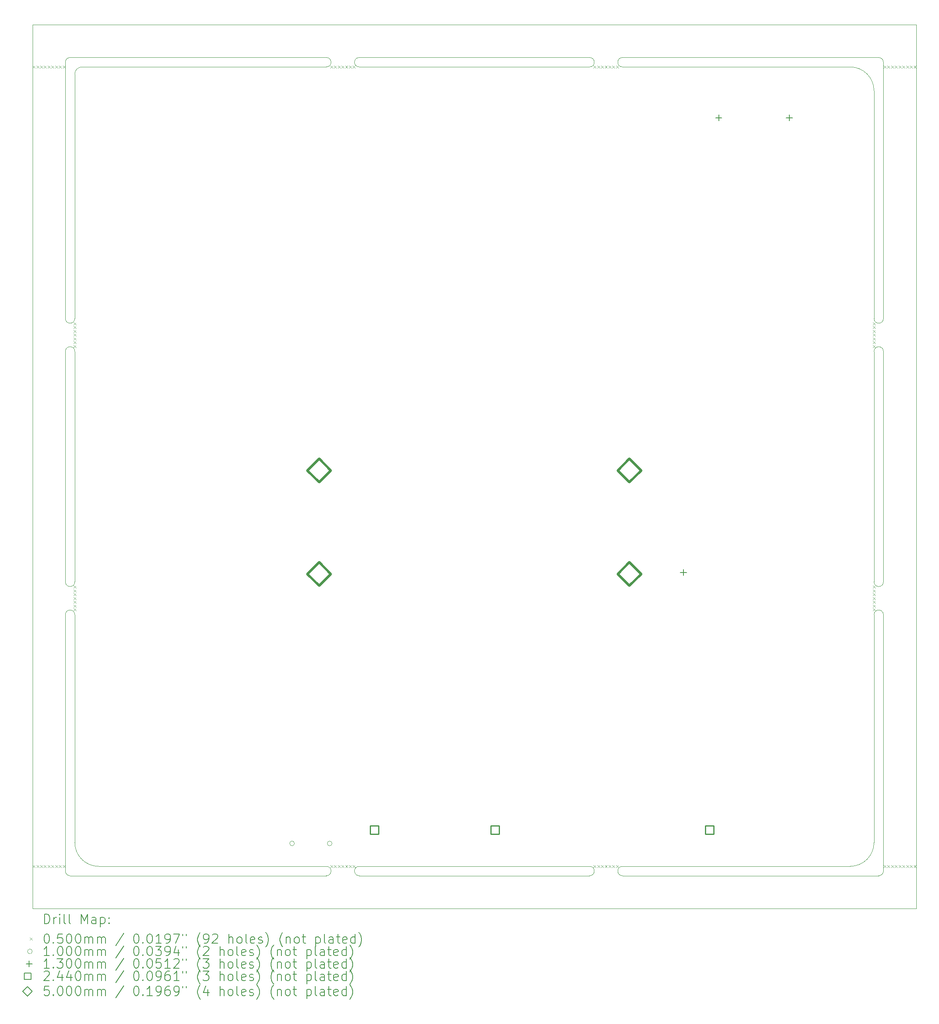
<source format=gbr>
%TF.GenerationSoftware,KiCad,Pcbnew,8.0.6*%
%TF.CreationDate,2025-01-15T23:32:23+01:00*%
%TF.ProjectId,ITX-Llama,4954582d-4c6c-4616-9d61-2e6b69636164,F*%
%TF.SameCoordinates,Original*%
%TF.FileFunction,Drillmap*%
%TF.FilePolarity,Positive*%
%FSLAX45Y45*%
G04 Gerber Fmt 4.5, Leading zero omitted, Abs format (unit mm)*
G04 Created by KiCad (PCBNEW 8.0.6) date 2025-01-15 23:32:23*
%MOMM*%
%LPD*%
G01*
G04 APERTURE LIST*
%ADD10C,0.100000*%
%ADD11C,0.200000*%
%ADD12C,0.130000*%
%ADD13C,0.244000*%
%ADD14C,0.500000*%
G04 APERTURE END LIST*
D10*
X100000Y-100000D02*
X18900000Y-100000D01*
X100000Y-18900000D02*
X100000Y-100000D01*
X800000Y-900000D02*
X800000Y-6350000D01*
X800000Y-7050000D02*
X800000Y-11950000D01*
X800000Y-12650000D02*
X800000Y-18100000D01*
X1000000Y-6350000D02*
X1000000Y-1153000D01*
X1000000Y-11950000D02*
X1000000Y-7050000D01*
X1000000Y-17492000D02*
X1000000Y-12650000D01*
X1508000Y-18000000D02*
X6350000Y-18000000D01*
X6350000Y-800000D02*
X900000Y-800000D01*
X6350000Y-1000000D02*
X1153000Y-1000000D01*
X6350000Y-18200000D02*
X900000Y-18200000D01*
X7050000Y-800000D02*
X11950000Y-800000D01*
X7050000Y-1000000D02*
X11950000Y-1000000D01*
X7050000Y-18000000D02*
X11950000Y-18000000D01*
X7050000Y-18200000D02*
X11950000Y-18200000D01*
X12650000Y-1000000D02*
X17492000Y-1000000D01*
X12650000Y-18000000D02*
X17492000Y-18000000D01*
X18000000Y-6350000D02*
X18000000Y-1508000D01*
X18000000Y-7050000D02*
X18000000Y-11950000D01*
X18000000Y-12650000D02*
X18000000Y-17492000D01*
X18100000Y-800000D02*
X12650000Y-800000D01*
X18100000Y-18200000D02*
X12650000Y-18200000D01*
X18200000Y-6350000D02*
X18200000Y-900000D01*
X18200000Y-7050000D02*
X18200000Y-11950000D01*
X18200000Y-18100000D02*
X18200000Y-12650000D01*
X18900000Y-100000D02*
X18900000Y-18900000D01*
X18900000Y-18900000D02*
X100000Y-18900000D01*
X800000Y-900000D02*
G75*
G02*
X900000Y-800000I100000J0D01*
G01*
X800000Y-7050000D02*
G75*
G02*
X1000000Y-7050000I100000J0D01*
G01*
X800000Y-12650000D02*
G75*
G02*
X1000000Y-12650000I100000J0D01*
G01*
X900000Y-18200000D02*
G75*
G02*
X800000Y-18100000I0J100000D01*
G01*
X1000000Y-1153000D02*
G75*
G02*
X1153000Y-1000000I153000J0D01*
G01*
X1000000Y-6350000D02*
G75*
G02*
X800000Y-6350000I-100000J0D01*
G01*
X1000000Y-11950000D02*
G75*
G02*
X800000Y-11950000I-100000J0D01*
G01*
X1508000Y-18000000D02*
G75*
G02*
X1000000Y-17492000I0J508000D01*
G01*
X6350000Y-800000D02*
G75*
G02*
X6350000Y-1000000I0J-100000D01*
G01*
X6350000Y-18000000D02*
G75*
G02*
X6350000Y-18200000I0J-100000D01*
G01*
X7050000Y-1000000D02*
G75*
G02*
X7050000Y-800000I0J100000D01*
G01*
X7050000Y-18200000D02*
G75*
G02*
X7050000Y-18000000I0J100000D01*
G01*
X11950000Y-800000D02*
G75*
G02*
X11950000Y-1000000I0J-100000D01*
G01*
X11950000Y-18000000D02*
G75*
G02*
X11950000Y-18200000I0J-100000D01*
G01*
X12650000Y-1000000D02*
G75*
G02*
X12650000Y-800000I0J100000D01*
G01*
X12650000Y-18200000D02*
G75*
G02*
X12650000Y-18000000I0J100000D01*
G01*
X17492000Y-1000000D02*
G75*
G02*
X18000000Y-1508000I0J-508000D01*
G01*
X18000000Y-7050000D02*
G75*
G02*
X18200000Y-7050000I100000J0D01*
G01*
X18000000Y-12650000D02*
G75*
G02*
X18200000Y-12650000I100000J0D01*
G01*
X18000000Y-17492000D02*
G75*
G02*
X17492000Y-18000000I-508000J0D01*
G01*
X18100000Y-800000D02*
G75*
G02*
X18200000Y-900000I0J-100000D01*
G01*
X18200000Y-6350000D02*
G75*
G02*
X18000000Y-6350000I-100000J0D01*
G01*
X18200000Y-11950000D02*
G75*
G02*
X18000000Y-11950000I-100000J0D01*
G01*
X18200000Y-18100000D02*
G75*
G02*
X18100000Y-18200000I-100000J0D01*
G01*
D11*
D10*
X105000Y-975000D02*
X155000Y-1025000D01*
X155000Y-975000D02*
X105000Y-1025000D01*
X105000Y-17975000D02*
X155000Y-18025000D01*
X155000Y-17975000D02*
X105000Y-18025000D01*
X185000Y-975000D02*
X235000Y-1025000D01*
X235000Y-975000D02*
X185000Y-1025000D01*
X185000Y-17975000D02*
X235000Y-18025000D01*
X235000Y-17975000D02*
X185000Y-18025000D01*
X265000Y-975000D02*
X315000Y-1025000D01*
X315000Y-975000D02*
X265000Y-1025000D01*
X265000Y-17975000D02*
X315000Y-18025000D01*
X315000Y-17975000D02*
X265000Y-18025000D01*
X345000Y-975000D02*
X395000Y-1025000D01*
X395000Y-975000D02*
X345000Y-1025000D01*
X345000Y-17975000D02*
X395000Y-18025000D01*
X395000Y-17975000D02*
X345000Y-18025000D01*
X425000Y-975000D02*
X475000Y-1025000D01*
X475000Y-975000D02*
X425000Y-1025000D01*
X425000Y-17975000D02*
X475000Y-18025000D01*
X475000Y-17975000D02*
X425000Y-18025000D01*
X505000Y-975000D02*
X555000Y-1025000D01*
X555000Y-975000D02*
X505000Y-1025000D01*
X505000Y-17975000D02*
X555000Y-18025000D01*
X555000Y-17975000D02*
X505000Y-18025000D01*
X585000Y-975000D02*
X635000Y-1025000D01*
X635000Y-975000D02*
X585000Y-1025000D01*
X585000Y-17975000D02*
X635000Y-18025000D01*
X635000Y-17975000D02*
X585000Y-18025000D01*
X665000Y-975000D02*
X715000Y-1025000D01*
X715000Y-975000D02*
X665000Y-1025000D01*
X665000Y-17975000D02*
X715000Y-18025000D01*
X715000Y-17975000D02*
X665000Y-18025000D01*
X745000Y-975000D02*
X795000Y-1025000D01*
X795000Y-975000D02*
X745000Y-1025000D01*
X745000Y-17975000D02*
X795000Y-18025000D01*
X795000Y-17975000D02*
X745000Y-18025000D01*
X975000Y-6435000D02*
X1025000Y-6485000D01*
X1025000Y-6435000D02*
X975000Y-6485000D01*
X975000Y-6515000D02*
X1025000Y-6565000D01*
X1025000Y-6515000D02*
X975000Y-6565000D01*
X975000Y-6595000D02*
X1025000Y-6645000D01*
X1025000Y-6595000D02*
X975000Y-6645000D01*
X975000Y-6675000D02*
X1025000Y-6725000D01*
X1025000Y-6675000D02*
X975000Y-6725000D01*
X975000Y-6755000D02*
X1025000Y-6805000D01*
X1025000Y-6755000D02*
X975000Y-6805000D01*
X975000Y-6835000D02*
X1025000Y-6885000D01*
X1025000Y-6835000D02*
X975000Y-6885000D01*
X975000Y-6915000D02*
X1025000Y-6965000D01*
X1025000Y-6915000D02*
X975000Y-6965000D01*
X975000Y-12035000D02*
X1025000Y-12085000D01*
X1025000Y-12035000D02*
X975000Y-12085000D01*
X975000Y-12115000D02*
X1025000Y-12165000D01*
X1025000Y-12115000D02*
X975000Y-12165000D01*
X975000Y-12195000D02*
X1025000Y-12245000D01*
X1025000Y-12195000D02*
X975000Y-12245000D01*
X975000Y-12275000D02*
X1025000Y-12325000D01*
X1025000Y-12275000D02*
X975000Y-12325000D01*
X975000Y-12355000D02*
X1025000Y-12405000D01*
X1025000Y-12355000D02*
X975000Y-12405000D01*
X975000Y-12435000D02*
X1025000Y-12485000D01*
X1025000Y-12435000D02*
X975000Y-12485000D01*
X975000Y-12515000D02*
X1025000Y-12565000D01*
X1025000Y-12515000D02*
X975000Y-12565000D01*
X6435000Y-975000D02*
X6485000Y-1025000D01*
X6485000Y-975000D02*
X6435000Y-1025000D01*
X6435000Y-17975000D02*
X6485000Y-18025000D01*
X6485000Y-17975000D02*
X6435000Y-18025000D01*
X6515000Y-975000D02*
X6565000Y-1025000D01*
X6565000Y-975000D02*
X6515000Y-1025000D01*
X6515000Y-17975000D02*
X6565000Y-18025000D01*
X6565000Y-17975000D02*
X6515000Y-18025000D01*
X6595000Y-975000D02*
X6645000Y-1025000D01*
X6645000Y-975000D02*
X6595000Y-1025000D01*
X6595000Y-17975000D02*
X6645000Y-18025000D01*
X6645000Y-17975000D02*
X6595000Y-18025000D01*
X6675000Y-975000D02*
X6725000Y-1025000D01*
X6725000Y-975000D02*
X6675000Y-1025000D01*
X6675000Y-17975000D02*
X6725000Y-18025000D01*
X6725000Y-17975000D02*
X6675000Y-18025000D01*
X6755000Y-975000D02*
X6805000Y-1025000D01*
X6805000Y-975000D02*
X6755000Y-1025000D01*
X6755000Y-17975000D02*
X6805000Y-18025000D01*
X6805000Y-17975000D02*
X6755000Y-18025000D01*
X6835000Y-975000D02*
X6885000Y-1025000D01*
X6885000Y-975000D02*
X6835000Y-1025000D01*
X6835000Y-17975000D02*
X6885000Y-18025000D01*
X6885000Y-17975000D02*
X6835000Y-18025000D01*
X6915000Y-975000D02*
X6965000Y-1025000D01*
X6965000Y-975000D02*
X6915000Y-1025000D01*
X6915000Y-17975000D02*
X6965000Y-18025000D01*
X6965000Y-17975000D02*
X6915000Y-18025000D01*
X12035000Y-975000D02*
X12085000Y-1025000D01*
X12085000Y-975000D02*
X12035000Y-1025000D01*
X12035000Y-17975000D02*
X12085000Y-18025000D01*
X12085000Y-17975000D02*
X12035000Y-18025000D01*
X12115000Y-975000D02*
X12165000Y-1025000D01*
X12165000Y-975000D02*
X12115000Y-1025000D01*
X12115000Y-17975000D02*
X12165000Y-18025000D01*
X12165000Y-17975000D02*
X12115000Y-18025000D01*
X12195000Y-975000D02*
X12245000Y-1025000D01*
X12245000Y-975000D02*
X12195000Y-1025000D01*
X12195000Y-17975000D02*
X12245000Y-18025000D01*
X12245000Y-17975000D02*
X12195000Y-18025000D01*
X12275000Y-975000D02*
X12325000Y-1025000D01*
X12325000Y-975000D02*
X12275000Y-1025000D01*
X12275000Y-17975000D02*
X12325000Y-18025000D01*
X12325000Y-17975000D02*
X12275000Y-18025000D01*
X12355000Y-975000D02*
X12405000Y-1025000D01*
X12405000Y-975000D02*
X12355000Y-1025000D01*
X12355000Y-17975000D02*
X12405000Y-18025000D01*
X12405000Y-17975000D02*
X12355000Y-18025000D01*
X12435000Y-975000D02*
X12485000Y-1025000D01*
X12485000Y-975000D02*
X12435000Y-1025000D01*
X12435000Y-17975000D02*
X12485000Y-18025000D01*
X12485000Y-17975000D02*
X12435000Y-18025000D01*
X12515000Y-975000D02*
X12565000Y-1025000D01*
X12565000Y-975000D02*
X12515000Y-1025000D01*
X12515000Y-17975000D02*
X12565000Y-18025000D01*
X12565000Y-17975000D02*
X12515000Y-18025000D01*
X17975000Y-6435000D02*
X18025000Y-6485000D01*
X18025000Y-6435000D02*
X17975000Y-6485000D01*
X17975000Y-6515000D02*
X18025000Y-6565000D01*
X18025000Y-6515000D02*
X17975000Y-6565000D01*
X17975000Y-6595000D02*
X18025000Y-6645000D01*
X18025000Y-6595000D02*
X17975000Y-6645000D01*
X17975000Y-6675000D02*
X18025000Y-6725000D01*
X18025000Y-6675000D02*
X17975000Y-6725000D01*
X17975000Y-6755000D02*
X18025000Y-6805000D01*
X18025000Y-6755000D02*
X17975000Y-6805000D01*
X17975000Y-6835000D02*
X18025000Y-6885000D01*
X18025000Y-6835000D02*
X17975000Y-6885000D01*
X17975000Y-6915000D02*
X18025000Y-6965000D01*
X18025000Y-6915000D02*
X17975000Y-6965000D01*
X17975000Y-12035000D02*
X18025000Y-12085000D01*
X18025000Y-12035000D02*
X17975000Y-12085000D01*
X17975000Y-12115000D02*
X18025000Y-12165000D01*
X18025000Y-12115000D02*
X17975000Y-12165000D01*
X17975000Y-12195000D02*
X18025000Y-12245000D01*
X18025000Y-12195000D02*
X17975000Y-12245000D01*
X17975000Y-12275000D02*
X18025000Y-12325000D01*
X18025000Y-12275000D02*
X17975000Y-12325000D01*
X17975000Y-12355000D02*
X18025000Y-12405000D01*
X18025000Y-12355000D02*
X17975000Y-12405000D01*
X17975000Y-12435000D02*
X18025000Y-12485000D01*
X18025000Y-12435000D02*
X17975000Y-12485000D01*
X17975000Y-12515000D02*
X18025000Y-12565000D01*
X18025000Y-12515000D02*
X17975000Y-12565000D01*
X18205000Y-975000D02*
X18255000Y-1025000D01*
X18255000Y-975000D02*
X18205000Y-1025000D01*
X18205000Y-17975000D02*
X18255000Y-18025000D01*
X18255000Y-17975000D02*
X18205000Y-18025000D01*
X18285000Y-975000D02*
X18335000Y-1025000D01*
X18335000Y-975000D02*
X18285000Y-1025000D01*
X18285000Y-17975000D02*
X18335000Y-18025000D01*
X18335000Y-17975000D02*
X18285000Y-18025000D01*
X18365000Y-975000D02*
X18415000Y-1025000D01*
X18415000Y-975000D02*
X18365000Y-1025000D01*
X18365000Y-17975000D02*
X18415000Y-18025000D01*
X18415000Y-17975000D02*
X18365000Y-18025000D01*
X18445000Y-975000D02*
X18495000Y-1025000D01*
X18495000Y-975000D02*
X18445000Y-1025000D01*
X18445000Y-17975000D02*
X18495000Y-18025000D01*
X18495000Y-17975000D02*
X18445000Y-18025000D01*
X18525000Y-975000D02*
X18575000Y-1025000D01*
X18575000Y-975000D02*
X18525000Y-1025000D01*
X18525000Y-17975000D02*
X18575000Y-18025000D01*
X18575000Y-17975000D02*
X18525000Y-18025000D01*
X18605000Y-975000D02*
X18655000Y-1025000D01*
X18655000Y-975000D02*
X18605000Y-1025000D01*
X18605000Y-17975000D02*
X18655000Y-18025000D01*
X18655000Y-17975000D02*
X18605000Y-18025000D01*
X18685000Y-975000D02*
X18735000Y-1025000D01*
X18735000Y-975000D02*
X18685000Y-1025000D01*
X18685000Y-17975000D02*
X18735000Y-18025000D01*
X18735000Y-17975000D02*
X18685000Y-18025000D01*
X18765000Y-975000D02*
X18815000Y-1025000D01*
X18815000Y-975000D02*
X18765000Y-1025000D01*
X18765000Y-17975000D02*
X18815000Y-18025000D01*
X18815000Y-17975000D02*
X18765000Y-18025000D01*
X18845000Y-975000D02*
X18895000Y-1025000D01*
X18895000Y-975000D02*
X18845000Y-1025000D01*
X18845000Y-17975000D02*
X18895000Y-18025000D01*
X18895000Y-17975000D02*
X18845000Y-18025000D01*
X5671000Y-17513000D02*
G75*
G02*
X5571000Y-17513000I-50000J0D01*
G01*
X5571000Y-17513000D02*
G75*
G02*
X5671000Y-17513000I50000J0D01*
G01*
X6471000Y-17513000D02*
G75*
G02*
X6371000Y-17513000I-50000J0D01*
G01*
X6371000Y-17513000D02*
G75*
G02*
X6471000Y-17513000I50000J0D01*
G01*
D12*
X13948200Y-11684000D02*
X13948200Y-11814000D01*
X13883200Y-11749000D02*
X14013200Y-11749000D01*
X14698200Y-2014850D02*
X14698200Y-2144850D01*
X14633200Y-2079850D02*
X14763200Y-2079850D01*
X16198200Y-2014850D02*
X16198200Y-2144850D01*
X16133200Y-2079850D02*
X16263200Y-2079850D01*
D13*
X7458768Y-17311788D02*
X7458768Y-17139252D01*
X7286232Y-17139252D01*
X7286232Y-17311788D01*
X7458768Y-17311788D01*
X10022768Y-17311788D02*
X10022768Y-17139252D01*
X9850232Y-17139252D01*
X9850232Y-17311788D01*
X10022768Y-17311788D01*
X14586768Y-17311788D02*
X14586768Y-17139252D01*
X14414232Y-17139252D01*
X14414232Y-17311788D01*
X14586768Y-17311788D01*
D14*
X6198500Y-9833000D02*
X6448500Y-9583000D01*
X6198500Y-9333000D01*
X5948500Y-9583000D01*
X6198500Y-9833000D01*
X6198500Y-12033000D02*
X6448500Y-11783000D01*
X6198500Y-11533000D01*
X5948500Y-11783000D01*
X6198500Y-12033000D01*
X12798500Y-9833000D02*
X13048500Y-9583000D01*
X12798500Y-9333000D01*
X12548500Y-9583000D01*
X12798500Y-9833000D01*
X12798500Y-12033000D02*
X13048500Y-11783000D01*
X12798500Y-11533000D01*
X12548500Y-11783000D01*
X12798500Y-12033000D01*
D11*
X355777Y-19216484D02*
X355777Y-19016484D01*
X355777Y-19016484D02*
X403396Y-19016484D01*
X403396Y-19016484D02*
X431967Y-19026008D01*
X431967Y-19026008D02*
X451015Y-19045055D01*
X451015Y-19045055D02*
X460539Y-19064103D01*
X460539Y-19064103D02*
X470062Y-19102198D01*
X470062Y-19102198D02*
X470062Y-19130770D01*
X470062Y-19130770D02*
X460539Y-19168865D01*
X460539Y-19168865D02*
X451015Y-19187912D01*
X451015Y-19187912D02*
X431967Y-19206960D01*
X431967Y-19206960D02*
X403396Y-19216484D01*
X403396Y-19216484D02*
X355777Y-19216484D01*
X555777Y-19216484D02*
X555777Y-19083150D01*
X555777Y-19121246D02*
X565301Y-19102198D01*
X565301Y-19102198D02*
X574824Y-19092674D01*
X574824Y-19092674D02*
X593872Y-19083150D01*
X593872Y-19083150D02*
X612920Y-19083150D01*
X679586Y-19216484D02*
X679586Y-19083150D01*
X679586Y-19016484D02*
X670063Y-19026008D01*
X670063Y-19026008D02*
X679586Y-19035531D01*
X679586Y-19035531D02*
X689110Y-19026008D01*
X689110Y-19026008D02*
X679586Y-19016484D01*
X679586Y-19016484D02*
X679586Y-19035531D01*
X803396Y-19216484D02*
X784348Y-19206960D01*
X784348Y-19206960D02*
X774824Y-19187912D01*
X774824Y-19187912D02*
X774824Y-19016484D01*
X908158Y-19216484D02*
X889110Y-19206960D01*
X889110Y-19206960D02*
X879586Y-19187912D01*
X879586Y-19187912D02*
X879586Y-19016484D01*
X1136729Y-19216484D02*
X1136729Y-19016484D01*
X1136729Y-19016484D02*
X1203396Y-19159341D01*
X1203396Y-19159341D02*
X1270063Y-19016484D01*
X1270063Y-19016484D02*
X1270063Y-19216484D01*
X1451015Y-19216484D02*
X1451015Y-19111722D01*
X1451015Y-19111722D02*
X1441491Y-19092674D01*
X1441491Y-19092674D02*
X1422443Y-19083150D01*
X1422443Y-19083150D02*
X1384348Y-19083150D01*
X1384348Y-19083150D02*
X1365301Y-19092674D01*
X1451015Y-19206960D02*
X1431967Y-19216484D01*
X1431967Y-19216484D02*
X1384348Y-19216484D01*
X1384348Y-19216484D02*
X1365301Y-19206960D01*
X1365301Y-19206960D02*
X1355777Y-19187912D01*
X1355777Y-19187912D02*
X1355777Y-19168865D01*
X1355777Y-19168865D02*
X1365301Y-19149817D01*
X1365301Y-19149817D02*
X1384348Y-19140293D01*
X1384348Y-19140293D02*
X1431967Y-19140293D01*
X1431967Y-19140293D02*
X1451015Y-19130770D01*
X1546253Y-19083150D02*
X1546253Y-19283150D01*
X1546253Y-19092674D02*
X1565301Y-19083150D01*
X1565301Y-19083150D02*
X1603396Y-19083150D01*
X1603396Y-19083150D02*
X1622443Y-19092674D01*
X1622443Y-19092674D02*
X1631967Y-19102198D01*
X1631967Y-19102198D02*
X1641491Y-19121246D01*
X1641491Y-19121246D02*
X1641491Y-19178389D01*
X1641491Y-19178389D02*
X1631967Y-19197436D01*
X1631967Y-19197436D02*
X1622443Y-19206960D01*
X1622443Y-19206960D02*
X1603396Y-19216484D01*
X1603396Y-19216484D02*
X1565301Y-19216484D01*
X1565301Y-19216484D02*
X1546253Y-19206960D01*
X1727205Y-19197436D02*
X1736729Y-19206960D01*
X1736729Y-19206960D02*
X1727205Y-19216484D01*
X1727205Y-19216484D02*
X1717682Y-19206960D01*
X1717682Y-19206960D02*
X1727205Y-19197436D01*
X1727205Y-19197436D02*
X1727205Y-19216484D01*
X1727205Y-19092674D02*
X1736729Y-19102198D01*
X1736729Y-19102198D02*
X1727205Y-19111722D01*
X1727205Y-19111722D02*
X1717682Y-19102198D01*
X1717682Y-19102198D02*
X1727205Y-19092674D01*
X1727205Y-19092674D02*
X1727205Y-19111722D01*
D10*
X45000Y-19520000D02*
X95000Y-19570000D01*
X95000Y-19520000D02*
X45000Y-19570000D01*
D11*
X393872Y-19436484D02*
X412920Y-19436484D01*
X412920Y-19436484D02*
X431967Y-19446008D01*
X431967Y-19446008D02*
X441491Y-19455531D01*
X441491Y-19455531D02*
X451015Y-19474579D01*
X451015Y-19474579D02*
X460539Y-19512674D01*
X460539Y-19512674D02*
X460539Y-19560293D01*
X460539Y-19560293D02*
X451015Y-19598389D01*
X451015Y-19598389D02*
X441491Y-19617436D01*
X441491Y-19617436D02*
X431967Y-19626960D01*
X431967Y-19626960D02*
X412920Y-19636484D01*
X412920Y-19636484D02*
X393872Y-19636484D01*
X393872Y-19636484D02*
X374824Y-19626960D01*
X374824Y-19626960D02*
X365301Y-19617436D01*
X365301Y-19617436D02*
X355777Y-19598389D01*
X355777Y-19598389D02*
X346253Y-19560293D01*
X346253Y-19560293D02*
X346253Y-19512674D01*
X346253Y-19512674D02*
X355777Y-19474579D01*
X355777Y-19474579D02*
X365301Y-19455531D01*
X365301Y-19455531D02*
X374824Y-19446008D01*
X374824Y-19446008D02*
X393872Y-19436484D01*
X546253Y-19617436D02*
X555777Y-19626960D01*
X555777Y-19626960D02*
X546253Y-19636484D01*
X546253Y-19636484D02*
X536729Y-19626960D01*
X536729Y-19626960D02*
X546253Y-19617436D01*
X546253Y-19617436D02*
X546253Y-19636484D01*
X736729Y-19436484D02*
X641491Y-19436484D01*
X641491Y-19436484D02*
X631967Y-19531722D01*
X631967Y-19531722D02*
X641491Y-19522198D01*
X641491Y-19522198D02*
X660539Y-19512674D01*
X660539Y-19512674D02*
X708158Y-19512674D01*
X708158Y-19512674D02*
X727205Y-19522198D01*
X727205Y-19522198D02*
X736729Y-19531722D01*
X736729Y-19531722D02*
X746253Y-19550770D01*
X746253Y-19550770D02*
X746253Y-19598389D01*
X746253Y-19598389D02*
X736729Y-19617436D01*
X736729Y-19617436D02*
X727205Y-19626960D01*
X727205Y-19626960D02*
X708158Y-19636484D01*
X708158Y-19636484D02*
X660539Y-19636484D01*
X660539Y-19636484D02*
X641491Y-19626960D01*
X641491Y-19626960D02*
X631967Y-19617436D01*
X870062Y-19436484D02*
X889110Y-19436484D01*
X889110Y-19436484D02*
X908158Y-19446008D01*
X908158Y-19446008D02*
X917682Y-19455531D01*
X917682Y-19455531D02*
X927205Y-19474579D01*
X927205Y-19474579D02*
X936729Y-19512674D01*
X936729Y-19512674D02*
X936729Y-19560293D01*
X936729Y-19560293D02*
X927205Y-19598389D01*
X927205Y-19598389D02*
X917682Y-19617436D01*
X917682Y-19617436D02*
X908158Y-19626960D01*
X908158Y-19626960D02*
X889110Y-19636484D01*
X889110Y-19636484D02*
X870062Y-19636484D01*
X870062Y-19636484D02*
X851015Y-19626960D01*
X851015Y-19626960D02*
X841491Y-19617436D01*
X841491Y-19617436D02*
X831967Y-19598389D01*
X831967Y-19598389D02*
X822443Y-19560293D01*
X822443Y-19560293D02*
X822443Y-19512674D01*
X822443Y-19512674D02*
X831967Y-19474579D01*
X831967Y-19474579D02*
X841491Y-19455531D01*
X841491Y-19455531D02*
X851015Y-19446008D01*
X851015Y-19446008D02*
X870062Y-19436484D01*
X1060539Y-19436484D02*
X1079586Y-19436484D01*
X1079586Y-19436484D02*
X1098634Y-19446008D01*
X1098634Y-19446008D02*
X1108158Y-19455531D01*
X1108158Y-19455531D02*
X1117682Y-19474579D01*
X1117682Y-19474579D02*
X1127205Y-19512674D01*
X1127205Y-19512674D02*
X1127205Y-19560293D01*
X1127205Y-19560293D02*
X1117682Y-19598389D01*
X1117682Y-19598389D02*
X1108158Y-19617436D01*
X1108158Y-19617436D02*
X1098634Y-19626960D01*
X1098634Y-19626960D02*
X1079586Y-19636484D01*
X1079586Y-19636484D02*
X1060539Y-19636484D01*
X1060539Y-19636484D02*
X1041491Y-19626960D01*
X1041491Y-19626960D02*
X1031967Y-19617436D01*
X1031967Y-19617436D02*
X1022443Y-19598389D01*
X1022443Y-19598389D02*
X1012920Y-19560293D01*
X1012920Y-19560293D02*
X1012920Y-19512674D01*
X1012920Y-19512674D02*
X1022443Y-19474579D01*
X1022443Y-19474579D02*
X1031967Y-19455531D01*
X1031967Y-19455531D02*
X1041491Y-19446008D01*
X1041491Y-19446008D02*
X1060539Y-19436484D01*
X1212920Y-19636484D02*
X1212920Y-19503150D01*
X1212920Y-19522198D02*
X1222444Y-19512674D01*
X1222444Y-19512674D02*
X1241491Y-19503150D01*
X1241491Y-19503150D02*
X1270063Y-19503150D01*
X1270063Y-19503150D02*
X1289110Y-19512674D01*
X1289110Y-19512674D02*
X1298634Y-19531722D01*
X1298634Y-19531722D02*
X1298634Y-19636484D01*
X1298634Y-19531722D02*
X1308158Y-19512674D01*
X1308158Y-19512674D02*
X1327205Y-19503150D01*
X1327205Y-19503150D02*
X1355777Y-19503150D01*
X1355777Y-19503150D02*
X1374825Y-19512674D01*
X1374825Y-19512674D02*
X1384348Y-19531722D01*
X1384348Y-19531722D02*
X1384348Y-19636484D01*
X1479586Y-19636484D02*
X1479586Y-19503150D01*
X1479586Y-19522198D02*
X1489110Y-19512674D01*
X1489110Y-19512674D02*
X1508158Y-19503150D01*
X1508158Y-19503150D02*
X1536729Y-19503150D01*
X1536729Y-19503150D02*
X1555777Y-19512674D01*
X1555777Y-19512674D02*
X1565301Y-19531722D01*
X1565301Y-19531722D02*
X1565301Y-19636484D01*
X1565301Y-19531722D02*
X1574824Y-19512674D01*
X1574824Y-19512674D02*
X1593872Y-19503150D01*
X1593872Y-19503150D02*
X1622443Y-19503150D01*
X1622443Y-19503150D02*
X1641491Y-19512674D01*
X1641491Y-19512674D02*
X1651015Y-19531722D01*
X1651015Y-19531722D02*
X1651015Y-19636484D01*
X2041491Y-19426960D02*
X1870063Y-19684103D01*
X2298634Y-19436484D02*
X2317682Y-19436484D01*
X2317682Y-19436484D02*
X2336729Y-19446008D01*
X2336729Y-19446008D02*
X2346253Y-19455531D01*
X2346253Y-19455531D02*
X2355777Y-19474579D01*
X2355777Y-19474579D02*
X2365301Y-19512674D01*
X2365301Y-19512674D02*
X2365301Y-19560293D01*
X2365301Y-19560293D02*
X2355777Y-19598389D01*
X2355777Y-19598389D02*
X2346253Y-19617436D01*
X2346253Y-19617436D02*
X2336729Y-19626960D01*
X2336729Y-19626960D02*
X2317682Y-19636484D01*
X2317682Y-19636484D02*
X2298634Y-19636484D01*
X2298634Y-19636484D02*
X2279587Y-19626960D01*
X2279587Y-19626960D02*
X2270063Y-19617436D01*
X2270063Y-19617436D02*
X2260539Y-19598389D01*
X2260539Y-19598389D02*
X2251015Y-19560293D01*
X2251015Y-19560293D02*
X2251015Y-19512674D01*
X2251015Y-19512674D02*
X2260539Y-19474579D01*
X2260539Y-19474579D02*
X2270063Y-19455531D01*
X2270063Y-19455531D02*
X2279587Y-19446008D01*
X2279587Y-19446008D02*
X2298634Y-19436484D01*
X2451015Y-19617436D02*
X2460539Y-19626960D01*
X2460539Y-19626960D02*
X2451015Y-19636484D01*
X2451015Y-19636484D02*
X2441491Y-19626960D01*
X2441491Y-19626960D02*
X2451015Y-19617436D01*
X2451015Y-19617436D02*
X2451015Y-19636484D01*
X2584348Y-19436484D02*
X2603396Y-19436484D01*
X2603396Y-19436484D02*
X2622444Y-19446008D01*
X2622444Y-19446008D02*
X2631968Y-19455531D01*
X2631968Y-19455531D02*
X2641491Y-19474579D01*
X2641491Y-19474579D02*
X2651015Y-19512674D01*
X2651015Y-19512674D02*
X2651015Y-19560293D01*
X2651015Y-19560293D02*
X2641491Y-19598389D01*
X2641491Y-19598389D02*
X2631968Y-19617436D01*
X2631968Y-19617436D02*
X2622444Y-19626960D01*
X2622444Y-19626960D02*
X2603396Y-19636484D01*
X2603396Y-19636484D02*
X2584348Y-19636484D01*
X2584348Y-19636484D02*
X2565301Y-19626960D01*
X2565301Y-19626960D02*
X2555777Y-19617436D01*
X2555777Y-19617436D02*
X2546253Y-19598389D01*
X2546253Y-19598389D02*
X2536729Y-19560293D01*
X2536729Y-19560293D02*
X2536729Y-19512674D01*
X2536729Y-19512674D02*
X2546253Y-19474579D01*
X2546253Y-19474579D02*
X2555777Y-19455531D01*
X2555777Y-19455531D02*
X2565301Y-19446008D01*
X2565301Y-19446008D02*
X2584348Y-19436484D01*
X2841491Y-19636484D02*
X2727206Y-19636484D01*
X2784348Y-19636484D02*
X2784348Y-19436484D01*
X2784348Y-19436484D02*
X2765301Y-19465055D01*
X2765301Y-19465055D02*
X2746253Y-19484103D01*
X2746253Y-19484103D02*
X2727206Y-19493627D01*
X2936729Y-19636484D02*
X2974825Y-19636484D01*
X2974825Y-19636484D02*
X2993872Y-19626960D01*
X2993872Y-19626960D02*
X3003396Y-19617436D01*
X3003396Y-19617436D02*
X3022444Y-19588865D01*
X3022444Y-19588865D02*
X3031967Y-19550770D01*
X3031967Y-19550770D02*
X3031967Y-19474579D01*
X3031967Y-19474579D02*
X3022444Y-19455531D01*
X3022444Y-19455531D02*
X3012920Y-19446008D01*
X3012920Y-19446008D02*
X2993872Y-19436484D01*
X2993872Y-19436484D02*
X2955777Y-19436484D01*
X2955777Y-19436484D02*
X2936729Y-19446008D01*
X2936729Y-19446008D02*
X2927206Y-19455531D01*
X2927206Y-19455531D02*
X2917682Y-19474579D01*
X2917682Y-19474579D02*
X2917682Y-19522198D01*
X2917682Y-19522198D02*
X2927206Y-19541246D01*
X2927206Y-19541246D02*
X2936729Y-19550770D01*
X2936729Y-19550770D02*
X2955777Y-19560293D01*
X2955777Y-19560293D02*
X2993872Y-19560293D01*
X2993872Y-19560293D02*
X3012920Y-19550770D01*
X3012920Y-19550770D02*
X3022444Y-19541246D01*
X3022444Y-19541246D02*
X3031967Y-19522198D01*
X3098634Y-19436484D02*
X3231967Y-19436484D01*
X3231967Y-19436484D02*
X3146253Y-19636484D01*
X3298634Y-19436484D02*
X3298634Y-19474579D01*
X3374825Y-19436484D02*
X3374825Y-19474579D01*
X3670063Y-19712674D02*
X3660539Y-19703150D01*
X3660539Y-19703150D02*
X3641491Y-19674579D01*
X3641491Y-19674579D02*
X3631968Y-19655531D01*
X3631968Y-19655531D02*
X3622444Y-19626960D01*
X3622444Y-19626960D02*
X3612920Y-19579341D01*
X3612920Y-19579341D02*
X3612920Y-19541246D01*
X3612920Y-19541246D02*
X3622444Y-19493627D01*
X3622444Y-19493627D02*
X3631968Y-19465055D01*
X3631968Y-19465055D02*
X3641491Y-19446008D01*
X3641491Y-19446008D02*
X3660539Y-19417436D01*
X3660539Y-19417436D02*
X3670063Y-19407912D01*
X3755777Y-19636484D02*
X3793872Y-19636484D01*
X3793872Y-19636484D02*
X3812920Y-19626960D01*
X3812920Y-19626960D02*
X3822444Y-19617436D01*
X3822444Y-19617436D02*
X3841491Y-19588865D01*
X3841491Y-19588865D02*
X3851015Y-19550770D01*
X3851015Y-19550770D02*
X3851015Y-19474579D01*
X3851015Y-19474579D02*
X3841491Y-19455531D01*
X3841491Y-19455531D02*
X3831968Y-19446008D01*
X3831968Y-19446008D02*
X3812920Y-19436484D01*
X3812920Y-19436484D02*
X3774825Y-19436484D01*
X3774825Y-19436484D02*
X3755777Y-19446008D01*
X3755777Y-19446008D02*
X3746253Y-19455531D01*
X3746253Y-19455531D02*
X3736729Y-19474579D01*
X3736729Y-19474579D02*
X3736729Y-19522198D01*
X3736729Y-19522198D02*
X3746253Y-19541246D01*
X3746253Y-19541246D02*
X3755777Y-19550770D01*
X3755777Y-19550770D02*
X3774825Y-19560293D01*
X3774825Y-19560293D02*
X3812920Y-19560293D01*
X3812920Y-19560293D02*
X3831968Y-19550770D01*
X3831968Y-19550770D02*
X3841491Y-19541246D01*
X3841491Y-19541246D02*
X3851015Y-19522198D01*
X3927206Y-19455531D02*
X3936729Y-19446008D01*
X3936729Y-19446008D02*
X3955777Y-19436484D01*
X3955777Y-19436484D02*
X4003396Y-19436484D01*
X4003396Y-19436484D02*
X4022444Y-19446008D01*
X4022444Y-19446008D02*
X4031968Y-19455531D01*
X4031968Y-19455531D02*
X4041491Y-19474579D01*
X4041491Y-19474579D02*
X4041491Y-19493627D01*
X4041491Y-19493627D02*
X4031968Y-19522198D01*
X4031968Y-19522198D02*
X3917682Y-19636484D01*
X3917682Y-19636484D02*
X4041491Y-19636484D01*
X4279587Y-19636484D02*
X4279587Y-19436484D01*
X4365301Y-19636484D02*
X4365301Y-19531722D01*
X4365301Y-19531722D02*
X4355777Y-19512674D01*
X4355777Y-19512674D02*
X4336730Y-19503150D01*
X4336730Y-19503150D02*
X4308158Y-19503150D01*
X4308158Y-19503150D02*
X4289111Y-19512674D01*
X4289111Y-19512674D02*
X4279587Y-19522198D01*
X4489111Y-19636484D02*
X4470063Y-19626960D01*
X4470063Y-19626960D02*
X4460539Y-19617436D01*
X4460539Y-19617436D02*
X4451015Y-19598389D01*
X4451015Y-19598389D02*
X4451015Y-19541246D01*
X4451015Y-19541246D02*
X4460539Y-19522198D01*
X4460539Y-19522198D02*
X4470063Y-19512674D01*
X4470063Y-19512674D02*
X4489111Y-19503150D01*
X4489111Y-19503150D02*
X4517682Y-19503150D01*
X4517682Y-19503150D02*
X4536730Y-19512674D01*
X4536730Y-19512674D02*
X4546253Y-19522198D01*
X4546253Y-19522198D02*
X4555777Y-19541246D01*
X4555777Y-19541246D02*
X4555777Y-19598389D01*
X4555777Y-19598389D02*
X4546253Y-19617436D01*
X4546253Y-19617436D02*
X4536730Y-19626960D01*
X4536730Y-19626960D02*
X4517682Y-19636484D01*
X4517682Y-19636484D02*
X4489111Y-19636484D01*
X4670063Y-19636484D02*
X4651015Y-19626960D01*
X4651015Y-19626960D02*
X4641492Y-19607912D01*
X4641492Y-19607912D02*
X4641492Y-19436484D01*
X4822444Y-19626960D02*
X4803396Y-19636484D01*
X4803396Y-19636484D02*
X4765301Y-19636484D01*
X4765301Y-19636484D02*
X4746253Y-19626960D01*
X4746253Y-19626960D02*
X4736730Y-19607912D01*
X4736730Y-19607912D02*
X4736730Y-19531722D01*
X4736730Y-19531722D02*
X4746253Y-19512674D01*
X4746253Y-19512674D02*
X4765301Y-19503150D01*
X4765301Y-19503150D02*
X4803396Y-19503150D01*
X4803396Y-19503150D02*
X4822444Y-19512674D01*
X4822444Y-19512674D02*
X4831968Y-19531722D01*
X4831968Y-19531722D02*
X4831968Y-19550770D01*
X4831968Y-19550770D02*
X4736730Y-19569817D01*
X4908158Y-19626960D02*
X4927206Y-19636484D01*
X4927206Y-19636484D02*
X4965301Y-19636484D01*
X4965301Y-19636484D02*
X4984349Y-19626960D01*
X4984349Y-19626960D02*
X4993873Y-19607912D01*
X4993873Y-19607912D02*
X4993873Y-19598389D01*
X4993873Y-19598389D02*
X4984349Y-19579341D01*
X4984349Y-19579341D02*
X4965301Y-19569817D01*
X4965301Y-19569817D02*
X4936730Y-19569817D01*
X4936730Y-19569817D02*
X4917682Y-19560293D01*
X4917682Y-19560293D02*
X4908158Y-19541246D01*
X4908158Y-19541246D02*
X4908158Y-19531722D01*
X4908158Y-19531722D02*
X4917682Y-19512674D01*
X4917682Y-19512674D02*
X4936730Y-19503150D01*
X4936730Y-19503150D02*
X4965301Y-19503150D01*
X4965301Y-19503150D02*
X4984349Y-19512674D01*
X5060539Y-19712674D02*
X5070063Y-19703150D01*
X5070063Y-19703150D02*
X5089111Y-19674579D01*
X5089111Y-19674579D02*
X5098634Y-19655531D01*
X5098634Y-19655531D02*
X5108158Y-19626960D01*
X5108158Y-19626960D02*
X5117682Y-19579341D01*
X5117682Y-19579341D02*
X5117682Y-19541246D01*
X5117682Y-19541246D02*
X5108158Y-19493627D01*
X5108158Y-19493627D02*
X5098634Y-19465055D01*
X5098634Y-19465055D02*
X5089111Y-19446008D01*
X5089111Y-19446008D02*
X5070063Y-19417436D01*
X5070063Y-19417436D02*
X5060539Y-19407912D01*
X5422444Y-19712674D02*
X5412920Y-19703150D01*
X5412920Y-19703150D02*
X5393873Y-19674579D01*
X5393873Y-19674579D02*
X5384349Y-19655531D01*
X5384349Y-19655531D02*
X5374825Y-19626960D01*
X5374825Y-19626960D02*
X5365301Y-19579341D01*
X5365301Y-19579341D02*
X5365301Y-19541246D01*
X5365301Y-19541246D02*
X5374825Y-19493627D01*
X5374825Y-19493627D02*
X5384349Y-19465055D01*
X5384349Y-19465055D02*
X5393873Y-19446008D01*
X5393873Y-19446008D02*
X5412920Y-19417436D01*
X5412920Y-19417436D02*
X5422444Y-19407912D01*
X5498634Y-19503150D02*
X5498634Y-19636484D01*
X5498634Y-19522198D02*
X5508158Y-19512674D01*
X5508158Y-19512674D02*
X5527206Y-19503150D01*
X5527206Y-19503150D02*
X5555777Y-19503150D01*
X5555777Y-19503150D02*
X5574825Y-19512674D01*
X5574825Y-19512674D02*
X5584349Y-19531722D01*
X5584349Y-19531722D02*
X5584349Y-19636484D01*
X5708158Y-19636484D02*
X5689111Y-19626960D01*
X5689111Y-19626960D02*
X5679587Y-19617436D01*
X5679587Y-19617436D02*
X5670063Y-19598389D01*
X5670063Y-19598389D02*
X5670063Y-19541246D01*
X5670063Y-19541246D02*
X5679587Y-19522198D01*
X5679587Y-19522198D02*
X5689111Y-19512674D01*
X5689111Y-19512674D02*
X5708158Y-19503150D01*
X5708158Y-19503150D02*
X5736730Y-19503150D01*
X5736730Y-19503150D02*
X5755777Y-19512674D01*
X5755777Y-19512674D02*
X5765301Y-19522198D01*
X5765301Y-19522198D02*
X5774825Y-19541246D01*
X5774825Y-19541246D02*
X5774825Y-19598389D01*
X5774825Y-19598389D02*
X5765301Y-19617436D01*
X5765301Y-19617436D02*
X5755777Y-19626960D01*
X5755777Y-19626960D02*
X5736730Y-19636484D01*
X5736730Y-19636484D02*
X5708158Y-19636484D01*
X5831968Y-19503150D02*
X5908158Y-19503150D01*
X5860539Y-19436484D02*
X5860539Y-19607912D01*
X5860539Y-19607912D02*
X5870063Y-19626960D01*
X5870063Y-19626960D02*
X5889111Y-19636484D01*
X5889111Y-19636484D02*
X5908158Y-19636484D01*
X6127206Y-19503150D02*
X6127206Y-19703150D01*
X6127206Y-19512674D02*
X6146253Y-19503150D01*
X6146253Y-19503150D02*
X6184349Y-19503150D01*
X6184349Y-19503150D02*
X6203396Y-19512674D01*
X6203396Y-19512674D02*
X6212920Y-19522198D01*
X6212920Y-19522198D02*
X6222444Y-19541246D01*
X6222444Y-19541246D02*
X6222444Y-19598389D01*
X6222444Y-19598389D02*
X6212920Y-19617436D01*
X6212920Y-19617436D02*
X6203396Y-19626960D01*
X6203396Y-19626960D02*
X6184349Y-19636484D01*
X6184349Y-19636484D02*
X6146253Y-19636484D01*
X6146253Y-19636484D02*
X6127206Y-19626960D01*
X6336730Y-19636484D02*
X6317682Y-19626960D01*
X6317682Y-19626960D02*
X6308158Y-19607912D01*
X6308158Y-19607912D02*
X6308158Y-19436484D01*
X6498634Y-19636484D02*
X6498634Y-19531722D01*
X6498634Y-19531722D02*
X6489111Y-19512674D01*
X6489111Y-19512674D02*
X6470063Y-19503150D01*
X6470063Y-19503150D02*
X6431968Y-19503150D01*
X6431968Y-19503150D02*
X6412920Y-19512674D01*
X6498634Y-19626960D02*
X6479587Y-19636484D01*
X6479587Y-19636484D02*
X6431968Y-19636484D01*
X6431968Y-19636484D02*
X6412920Y-19626960D01*
X6412920Y-19626960D02*
X6403396Y-19607912D01*
X6403396Y-19607912D02*
X6403396Y-19588865D01*
X6403396Y-19588865D02*
X6412920Y-19569817D01*
X6412920Y-19569817D02*
X6431968Y-19560293D01*
X6431968Y-19560293D02*
X6479587Y-19560293D01*
X6479587Y-19560293D02*
X6498634Y-19550770D01*
X6565301Y-19503150D02*
X6641492Y-19503150D01*
X6593873Y-19436484D02*
X6593873Y-19607912D01*
X6593873Y-19607912D02*
X6603396Y-19626960D01*
X6603396Y-19626960D02*
X6622444Y-19636484D01*
X6622444Y-19636484D02*
X6641492Y-19636484D01*
X6784349Y-19626960D02*
X6765301Y-19636484D01*
X6765301Y-19636484D02*
X6727206Y-19636484D01*
X6727206Y-19636484D02*
X6708158Y-19626960D01*
X6708158Y-19626960D02*
X6698634Y-19607912D01*
X6698634Y-19607912D02*
X6698634Y-19531722D01*
X6698634Y-19531722D02*
X6708158Y-19512674D01*
X6708158Y-19512674D02*
X6727206Y-19503150D01*
X6727206Y-19503150D02*
X6765301Y-19503150D01*
X6765301Y-19503150D02*
X6784349Y-19512674D01*
X6784349Y-19512674D02*
X6793873Y-19531722D01*
X6793873Y-19531722D02*
X6793873Y-19550770D01*
X6793873Y-19550770D02*
X6698634Y-19569817D01*
X6965301Y-19636484D02*
X6965301Y-19436484D01*
X6965301Y-19626960D02*
X6946254Y-19636484D01*
X6946254Y-19636484D02*
X6908158Y-19636484D01*
X6908158Y-19636484D02*
X6889111Y-19626960D01*
X6889111Y-19626960D02*
X6879587Y-19617436D01*
X6879587Y-19617436D02*
X6870063Y-19598389D01*
X6870063Y-19598389D02*
X6870063Y-19541246D01*
X6870063Y-19541246D02*
X6879587Y-19522198D01*
X6879587Y-19522198D02*
X6889111Y-19512674D01*
X6889111Y-19512674D02*
X6908158Y-19503150D01*
X6908158Y-19503150D02*
X6946254Y-19503150D01*
X6946254Y-19503150D02*
X6965301Y-19512674D01*
X7041492Y-19712674D02*
X7051015Y-19703150D01*
X7051015Y-19703150D02*
X7070063Y-19674579D01*
X7070063Y-19674579D02*
X7079587Y-19655531D01*
X7079587Y-19655531D02*
X7089111Y-19626960D01*
X7089111Y-19626960D02*
X7098634Y-19579341D01*
X7098634Y-19579341D02*
X7098634Y-19541246D01*
X7098634Y-19541246D02*
X7089111Y-19493627D01*
X7089111Y-19493627D02*
X7079587Y-19465055D01*
X7079587Y-19465055D02*
X7070063Y-19446008D01*
X7070063Y-19446008D02*
X7051015Y-19417436D01*
X7051015Y-19417436D02*
X7041492Y-19407912D01*
D10*
X95000Y-19809000D02*
G75*
G02*
X-5000Y-19809000I-50000J0D01*
G01*
X-5000Y-19809000D02*
G75*
G02*
X95000Y-19809000I50000J0D01*
G01*
D11*
X460539Y-19900484D02*
X346253Y-19900484D01*
X403396Y-19900484D02*
X403396Y-19700484D01*
X403396Y-19700484D02*
X384348Y-19729055D01*
X384348Y-19729055D02*
X365301Y-19748103D01*
X365301Y-19748103D02*
X346253Y-19757627D01*
X546253Y-19881436D02*
X555777Y-19890960D01*
X555777Y-19890960D02*
X546253Y-19900484D01*
X546253Y-19900484D02*
X536729Y-19890960D01*
X536729Y-19890960D02*
X546253Y-19881436D01*
X546253Y-19881436D02*
X546253Y-19900484D01*
X679586Y-19700484D02*
X698634Y-19700484D01*
X698634Y-19700484D02*
X717682Y-19710008D01*
X717682Y-19710008D02*
X727205Y-19719531D01*
X727205Y-19719531D02*
X736729Y-19738579D01*
X736729Y-19738579D02*
X746253Y-19776674D01*
X746253Y-19776674D02*
X746253Y-19824293D01*
X746253Y-19824293D02*
X736729Y-19862389D01*
X736729Y-19862389D02*
X727205Y-19881436D01*
X727205Y-19881436D02*
X717682Y-19890960D01*
X717682Y-19890960D02*
X698634Y-19900484D01*
X698634Y-19900484D02*
X679586Y-19900484D01*
X679586Y-19900484D02*
X660539Y-19890960D01*
X660539Y-19890960D02*
X651015Y-19881436D01*
X651015Y-19881436D02*
X641491Y-19862389D01*
X641491Y-19862389D02*
X631967Y-19824293D01*
X631967Y-19824293D02*
X631967Y-19776674D01*
X631967Y-19776674D02*
X641491Y-19738579D01*
X641491Y-19738579D02*
X651015Y-19719531D01*
X651015Y-19719531D02*
X660539Y-19710008D01*
X660539Y-19710008D02*
X679586Y-19700484D01*
X870062Y-19700484D02*
X889110Y-19700484D01*
X889110Y-19700484D02*
X908158Y-19710008D01*
X908158Y-19710008D02*
X917682Y-19719531D01*
X917682Y-19719531D02*
X927205Y-19738579D01*
X927205Y-19738579D02*
X936729Y-19776674D01*
X936729Y-19776674D02*
X936729Y-19824293D01*
X936729Y-19824293D02*
X927205Y-19862389D01*
X927205Y-19862389D02*
X917682Y-19881436D01*
X917682Y-19881436D02*
X908158Y-19890960D01*
X908158Y-19890960D02*
X889110Y-19900484D01*
X889110Y-19900484D02*
X870062Y-19900484D01*
X870062Y-19900484D02*
X851015Y-19890960D01*
X851015Y-19890960D02*
X841491Y-19881436D01*
X841491Y-19881436D02*
X831967Y-19862389D01*
X831967Y-19862389D02*
X822443Y-19824293D01*
X822443Y-19824293D02*
X822443Y-19776674D01*
X822443Y-19776674D02*
X831967Y-19738579D01*
X831967Y-19738579D02*
X841491Y-19719531D01*
X841491Y-19719531D02*
X851015Y-19710008D01*
X851015Y-19710008D02*
X870062Y-19700484D01*
X1060539Y-19700484D02*
X1079586Y-19700484D01*
X1079586Y-19700484D02*
X1098634Y-19710008D01*
X1098634Y-19710008D02*
X1108158Y-19719531D01*
X1108158Y-19719531D02*
X1117682Y-19738579D01*
X1117682Y-19738579D02*
X1127205Y-19776674D01*
X1127205Y-19776674D02*
X1127205Y-19824293D01*
X1127205Y-19824293D02*
X1117682Y-19862389D01*
X1117682Y-19862389D02*
X1108158Y-19881436D01*
X1108158Y-19881436D02*
X1098634Y-19890960D01*
X1098634Y-19890960D02*
X1079586Y-19900484D01*
X1079586Y-19900484D02*
X1060539Y-19900484D01*
X1060539Y-19900484D02*
X1041491Y-19890960D01*
X1041491Y-19890960D02*
X1031967Y-19881436D01*
X1031967Y-19881436D02*
X1022443Y-19862389D01*
X1022443Y-19862389D02*
X1012920Y-19824293D01*
X1012920Y-19824293D02*
X1012920Y-19776674D01*
X1012920Y-19776674D02*
X1022443Y-19738579D01*
X1022443Y-19738579D02*
X1031967Y-19719531D01*
X1031967Y-19719531D02*
X1041491Y-19710008D01*
X1041491Y-19710008D02*
X1060539Y-19700484D01*
X1212920Y-19900484D02*
X1212920Y-19767150D01*
X1212920Y-19786198D02*
X1222444Y-19776674D01*
X1222444Y-19776674D02*
X1241491Y-19767150D01*
X1241491Y-19767150D02*
X1270063Y-19767150D01*
X1270063Y-19767150D02*
X1289110Y-19776674D01*
X1289110Y-19776674D02*
X1298634Y-19795722D01*
X1298634Y-19795722D02*
X1298634Y-19900484D01*
X1298634Y-19795722D02*
X1308158Y-19776674D01*
X1308158Y-19776674D02*
X1327205Y-19767150D01*
X1327205Y-19767150D02*
X1355777Y-19767150D01*
X1355777Y-19767150D02*
X1374825Y-19776674D01*
X1374825Y-19776674D02*
X1384348Y-19795722D01*
X1384348Y-19795722D02*
X1384348Y-19900484D01*
X1479586Y-19900484D02*
X1479586Y-19767150D01*
X1479586Y-19786198D02*
X1489110Y-19776674D01*
X1489110Y-19776674D02*
X1508158Y-19767150D01*
X1508158Y-19767150D02*
X1536729Y-19767150D01*
X1536729Y-19767150D02*
X1555777Y-19776674D01*
X1555777Y-19776674D02*
X1565301Y-19795722D01*
X1565301Y-19795722D02*
X1565301Y-19900484D01*
X1565301Y-19795722D02*
X1574824Y-19776674D01*
X1574824Y-19776674D02*
X1593872Y-19767150D01*
X1593872Y-19767150D02*
X1622443Y-19767150D01*
X1622443Y-19767150D02*
X1641491Y-19776674D01*
X1641491Y-19776674D02*
X1651015Y-19795722D01*
X1651015Y-19795722D02*
X1651015Y-19900484D01*
X2041491Y-19690960D02*
X1870063Y-19948103D01*
X2298634Y-19700484D02*
X2317682Y-19700484D01*
X2317682Y-19700484D02*
X2336729Y-19710008D01*
X2336729Y-19710008D02*
X2346253Y-19719531D01*
X2346253Y-19719531D02*
X2355777Y-19738579D01*
X2355777Y-19738579D02*
X2365301Y-19776674D01*
X2365301Y-19776674D02*
X2365301Y-19824293D01*
X2365301Y-19824293D02*
X2355777Y-19862389D01*
X2355777Y-19862389D02*
X2346253Y-19881436D01*
X2346253Y-19881436D02*
X2336729Y-19890960D01*
X2336729Y-19890960D02*
X2317682Y-19900484D01*
X2317682Y-19900484D02*
X2298634Y-19900484D01*
X2298634Y-19900484D02*
X2279587Y-19890960D01*
X2279587Y-19890960D02*
X2270063Y-19881436D01*
X2270063Y-19881436D02*
X2260539Y-19862389D01*
X2260539Y-19862389D02*
X2251015Y-19824293D01*
X2251015Y-19824293D02*
X2251015Y-19776674D01*
X2251015Y-19776674D02*
X2260539Y-19738579D01*
X2260539Y-19738579D02*
X2270063Y-19719531D01*
X2270063Y-19719531D02*
X2279587Y-19710008D01*
X2279587Y-19710008D02*
X2298634Y-19700484D01*
X2451015Y-19881436D02*
X2460539Y-19890960D01*
X2460539Y-19890960D02*
X2451015Y-19900484D01*
X2451015Y-19900484D02*
X2441491Y-19890960D01*
X2441491Y-19890960D02*
X2451015Y-19881436D01*
X2451015Y-19881436D02*
X2451015Y-19900484D01*
X2584348Y-19700484D02*
X2603396Y-19700484D01*
X2603396Y-19700484D02*
X2622444Y-19710008D01*
X2622444Y-19710008D02*
X2631968Y-19719531D01*
X2631968Y-19719531D02*
X2641491Y-19738579D01*
X2641491Y-19738579D02*
X2651015Y-19776674D01*
X2651015Y-19776674D02*
X2651015Y-19824293D01*
X2651015Y-19824293D02*
X2641491Y-19862389D01*
X2641491Y-19862389D02*
X2631968Y-19881436D01*
X2631968Y-19881436D02*
X2622444Y-19890960D01*
X2622444Y-19890960D02*
X2603396Y-19900484D01*
X2603396Y-19900484D02*
X2584348Y-19900484D01*
X2584348Y-19900484D02*
X2565301Y-19890960D01*
X2565301Y-19890960D02*
X2555777Y-19881436D01*
X2555777Y-19881436D02*
X2546253Y-19862389D01*
X2546253Y-19862389D02*
X2536729Y-19824293D01*
X2536729Y-19824293D02*
X2536729Y-19776674D01*
X2536729Y-19776674D02*
X2546253Y-19738579D01*
X2546253Y-19738579D02*
X2555777Y-19719531D01*
X2555777Y-19719531D02*
X2565301Y-19710008D01*
X2565301Y-19710008D02*
X2584348Y-19700484D01*
X2717682Y-19700484D02*
X2841491Y-19700484D01*
X2841491Y-19700484D02*
X2774825Y-19776674D01*
X2774825Y-19776674D02*
X2803396Y-19776674D01*
X2803396Y-19776674D02*
X2822444Y-19786198D01*
X2822444Y-19786198D02*
X2831967Y-19795722D01*
X2831967Y-19795722D02*
X2841491Y-19814770D01*
X2841491Y-19814770D02*
X2841491Y-19862389D01*
X2841491Y-19862389D02*
X2831967Y-19881436D01*
X2831967Y-19881436D02*
X2822444Y-19890960D01*
X2822444Y-19890960D02*
X2803396Y-19900484D01*
X2803396Y-19900484D02*
X2746253Y-19900484D01*
X2746253Y-19900484D02*
X2727206Y-19890960D01*
X2727206Y-19890960D02*
X2717682Y-19881436D01*
X2936729Y-19900484D02*
X2974825Y-19900484D01*
X2974825Y-19900484D02*
X2993872Y-19890960D01*
X2993872Y-19890960D02*
X3003396Y-19881436D01*
X3003396Y-19881436D02*
X3022444Y-19852865D01*
X3022444Y-19852865D02*
X3031967Y-19814770D01*
X3031967Y-19814770D02*
X3031967Y-19738579D01*
X3031967Y-19738579D02*
X3022444Y-19719531D01*
X3022444Y-19719531D02*
X3012920Y-19710008D01*
X3012920Y-19710008D02*
X2993872Y-19700484D01*
X2993872Y-19700484D02*
X2955777Y-19700484D01*
X2955777Y-19700484D02*
X2936729Y-19710008D01*
X2936729Y-19710008D02*
X2927206Y-19719531D01*
X2927206Y-19719531D02*
X2917682Y-19738579D01*
X2917682Y-19738579D02*
X2917682Y-19786198D01*
X2917682Y-19786198D02*
X2927206Y-19805246D01*
X2927206Y-19805246D02*
X2936729Y-19814770D01*
X2936729Y-19814770D02*
X2955777Y-19824293D01*
X2955777Y-19824293D02*
X2993872Y-19824293D01*
X2993872Y-19824293D02*
X3012920Y-19814770D01*
X3012920Y-19814770D02*
X3022444Y-19805246D01*
X3022444Y-19805246D02*
X3031967Y-19786198D01*
X3203396Y-19767150D02*
X3203396Y-19900484D01*
X3155777Y-19690960D02*
X3108158Y-19833817D01*
X3108158Y-19833817D02*
X3231967Y-19833817D01*
X3298634Y-19700484D02*
X3298634Y-19738579D01*
X3374825Y-19700484D02*
X3374825Y-19738579D01*
X3670063Y-19976674D02*
X3660539Y-19967150D01*
X3660539Y-19967150D02*
X3641491Y-19938579D01*
X3641491Y-19938579D02*
X3631968Y-19919531D01*
X3631968Y-19919531D02*
X3622444Y-19890960D01*
X3622444Y-19890960D02*
X3612920Y-19843341D01*
X3612920Y-19843341D02*
X3612920Y-19805246D01*
X3612920Y-19805246D02*
X3622444Y-19757627D01*
X3622444Y-19757627D02*
X3631968Y-19729055D01*
X3631968Y-19729055D02*
X3641491Y-19710008D01*
X3641491Y-19710008D02*
X3660539Y-19681436D01*
X3660539Y-19681436D02*
X3670063Y-19671912D01*
X3736729Y-19719531D02*
X3746253Y-19710008D01*
X3746253Y-19710008D02*
X3765301Y-19700484D01*
X3765301Y-19700484D02*
X3812920Y-19700484D01*
X3812920Y-19700484D02*
X3831968Y-19710008D01*
X3831968Y-19710008D02*
X3841491Y-19719531D01*
X3841491Y-19719531D02*
X3851015Y-19738579D01*
X3851015Y-19738579D02*
X3851015Y-19757627D01*
X3851015Y-19757627D02*
X3841491Y-19786198D01*
X3841491Y-19786198D02*
X3727206Y-19900484D01*
X3727206Y-19900484D02*
X3851015Y-19900484D01*
X4089110Y-19900484D02*
X4089110Y-19700484D01*
X4174825Y-19900484D02*
X4174825Y-19795722D01*
X4174825Y-19795722D02*
X4165301Y-19776674D01*
X4165301Y-19776674D02*
X4146253Y-19767150D01*
X4146253Y-19767150D02*
X4117682Y-19767150D01*
X4117682Y-19767150D02*
X4098634Y-19776674D01*
X4098634Y-19776674D02*
X4089110Y-19786198D01*
X4298634Y-19900484D02*
X4279587Y-19890960D01*
X4279587Y-19890960D02*
X4270063Y-19881436D01*
X4270063Y-19881436D02*
X4260539Y-19862389D01*
X4260539Y-19862389D02*
X4260539Y-19805246D01*
X4260539Y-19805246D02*
X4270063Y-19786198D01*
X4270063Y-19786198D02*
X4279587Y-19776674D01*
X4279587Y-19776674D02*
X4298634Y-19767150D01*
X4298634Y-19767150D02*
X4327206Y-19767150D01*
X4327206Y-19767150D02*
X4346253Y-19776674D01*
X4346253Y-19776674D02*
X4355777Y-19786198D01*
X4355777Y-19786198D02*
X4365301Y-19805246D01*
X4365301Y-19805246D02*
X4365301Y-19862389D01*
X4365301Y-19862389D02*
X4355777Y-19881436D01*
X4355777Y-19881436D02*
X4346253Y-19890960D01*
X4346253Y-19890960D02*
X4327206Y-19900484D01*
X4327206Y-19900484D02*
X4298634Y-19900484D01*
X4479587Y-19900484D02*
X4460539Y-19890960D01*
X4460539Y-19890960D02*
X4451015Y-19871912D01*
X4451015Y-19871912D02*
X4451015Y-19700484D01*
X4631968Y-19890960D02*
X4612920Y-19900484D01*
X4612920Y-19900484D02*
X4574825Y-19900484D01*
X4574825Y-19900484D02*
X4555777Y-19890960D01*
X4555777Y-19890960D02*
X4546253Y-19871912D01*
X4546253Y-19871912D02*
X4546253Y-19795722D01*
X4546253Y-19795722D02*
X4555777Y-19776674D01*
X4555777Y-19776674D02*
X4574825Y-19767150D01*
X4574825Y-19767150D02*
X4612920Y-19767150D01*
X4612920Y-19767150D02*
X4631968Y-19776674D01*
X4631968Y-19776674D02*
X4641492Y-19795722D01*
X4641492Y-19795722D02*
X4641492Y-19814770D01*
X4641492Y-19814770D02*
X4546253Y-19833817D01*
X4717682Y-19890960D02*
X4736730Y-19900484D01*
X4736730Y-19900484D02*
X4774825Y-19900484D01*
X4774825Y-19900484D02*
X4793873Y-19890960D01*
X4793873Y-19890960D02*
X4803396Y-19871912D01*
X4803396Y-19871912D02*
X4803396Y-19862389D01*
X4803396Y-19862389D02*
X4793873Y-19843341D01*
X4793873Y-19843341D02*
X4774825Y-19833817D01*
X4774825Y-19833817D02*
X4746253Y-19833817D01*
X4746253Y-19833817D02*
X4727206Y-19824293D01*
X4727206Y-19824293D02*
X4717682Y-19805246D01*
X4717682Y-19805246D02*
X4717682Y-19795722D01*
X4717682Y-19795722D02*
X4727206Y-19776674D01*
X4727206Y-19776674D02*
X4746253Y-19767150D01*
X4746253Y-19767150D02*
X4774825Y-19767150D01*
X4774825Y-19767150D02*
X4793873Y-19776674D01*
X4870063Y-19976674D02*
X4879587Y-19967150D01*
X4879587Y-19967150D02*
X4898634Y-19938579D01*
X4898634Y-19938579D02*
X4908158Y-19919531D01*
X4908158Y-19919531D02*
X4917682Y-19890960D01*
X4917682Y-19890960D02*
X4927206Y-19843341D01*
X4927206Y-19843341D02*
X4927206Y-19805246D01*
X4927206Y-19805246D02*
X4917682Y-19757627D01*
X4917682Y-19757627D02*
X4908158Y-19729055D01*
X4908158Y-19729055D02*
X4898634Y-19710008D01*
X4898634Y-19710008D02*
X4879587Y-19681436D01*
X4879587Y-19681436D02*
X4870063Y-19671912D01*
X5231968Y-19976674D02*
X5222444Y-19967150D01*
X5222444Y-19967150D02*
X5203396Y-19938579D01*
X5203396Y-19938579D02*
X5193873Y-19919531D01*
X5193873Y-19919531D02*
X5184349Y-19890960D01*
X5184349Y-19890960D02*
X5174825Y-19843341D01*
X5174825Y-19843341D02*
X5174825Y-19805246D01*
X5174825Y-19805246D02*
X5184349Y-19757627D01*
X5184349Y-19757627D02*
X5193873Y-19729055D01*
X5193873Y-19729055D02*
X5203396Y-19710008D01*
X5203396Y-19710008D02*
X5222444Y-19681436D01*
X5222444Y-19681436D02*
X5231968Y-19671912D01*
X5308158Y-19767150D02*
X5308158Y-19900484D01*
X5308158Y-19786198D02*
X5317682Y-19776674D01*
X5317682Y-19776674D02*
X5336730Y-19767150D01*
X5336730Y-19767150D02*
X5365301Y-19767150D01*
X5365301Y-19767150D02*
X5384349Y-19776674D01*
X5384349Y-19776674D02*
X5393873Y-19795722D01*
X5393873Y-19795722D02*
X5393873Y-19900484D01*
X5517682Y-19900484D02*
X5498634Y-19890960D01*
X5498634Y-19890960D02*
X5489111Y-19881436D01*
X5489111Y-19881436D02*
X5479587Y-19862389D01*
X5479587Y-19862389D02*
X5479587Y-19805246D01*
X5479587Y-19805246D02*
X5489111Y-19786198D01*
X5489111Y-19786198D02*
X5498634Y-19776674D01*
X5498634Y-19776674D02*
X5517682Y-19767150D01*
X5517682Y-19767150D02*
X5546254Y-19767150D01*
X5546254Y-19767150D02*
X5565301Y-19776674D01*
X5565301Y-19776674D02*
X5574825Y-19786198D01*
X5574825Y-19786198D02*
X5584349Y-19805246D01*
X5584349Y-19805246D02*
X5584349Y-19862389D01*
X5584349Y-19862389D02*
X5574825Y-19881436D01*
X5574825Y-19881436D02*
X5565301Y-19890960D01*
X5565301Y-19890960D02*
X5546254Y-19900484D01*
X5546254Y-19900484D02*
X5517682Y-19900484D01*
X5641492Y-19767150D02*
X5717682Y-19767150D01*
X5670063Y-19700484D02*
X5670063Y-19871912D01*
X5670063Y-19871912D02*
X5679587Y-19890960D01*
X5679587Y-19890960D02*
X5698634Y-19900484D01*
X5698634Y-19900484D02*
X5717682Y-19900484D01*
X5936730Y-19767150D02*
X5936730Y-19967150D01*
X5936730Y-19776674D02*
X5955777Y-19767150D01*
X5955777Y-19767150D02*
X5993873Y-19767150D01*
X5993873Y-19767150D02*
X6012920Y-19776674D01*
X6012920Y-19776674D02*
X6022444Y-19786198D01*
X6022444Y-19786198D02*
X6031968Y-19805246D01*
X6031968Y-19805246D02*
X6031968Y-19862389D01*
X6031968Y-19862389D02*
X6022444Y-19881436D01*
X6022444Y-19881436D02*
X6012920Y-19890960D01*
X6012920Y-19890960D02*
X5993873Y-19900484D01*
X5993873Y-19900484D02*
X5955777Y-19900484D01*
X5955777Y-19900484D02*
X5936730Y-19890960D01*
X6146253Y-19900484D02*
X6127206Y-19890960D01*
X6127206Y-19890960D02*
X6117682Y-19871912D01*
X6117682Y-19871912D02*
X6117682Y-19700484D01*
X6308158Y-19900484D02*
X6308158Y-19795722D01*
X6308158Y-19795722D02*
X6298634Y-19776674D01*
X6298634Y-19776674D02*
X6279587Y-19767150D01*
X6279587Y-19767150D02*
X6241492Y-19767150D01*
X6241492Y-19767150D02*
X6222444Y-19776674D01*
X6308158Y-19890960D02*
X6289111Y-19900484D01*
X6289111Y-19900484D02*
X6241492Y-19900484D01*
X6241492Y-19900484D02*
X6222444Y-19890960D01*
X6222444Y-19890960D02*
X6212920Y-19871912D01*
X6212920Y-19871912D02*
X6212920Y-19852865D01*
X6212920Y-19852865D02*
X6222444Y-19833817D01*
X6222444Y-19833817D02*
X6241492Y-19824293D01*
X6241492Y-19824293D02*
X6289111Y-19824293D01*
X6289111Y-19824293D02*
X6308158Y-19814770D01*
X6374825Y-19767150D02*
X6451015Y-19767150D01*
X6403396Y-19700484D02*
X6403396Y-19871912D01*
X6403396Y-19871912D02*
X6412920Y-19890960D01*
X6412920Y-19890960D02*
X6431968Y-19900484D01*
X6431968Y-19900484D02*
X6451015Y-19900484D01*
X6593873Y-19890960D02*
X6574825Y-19900484D01*
X6574825Y-19900484D02*
X6536730Y-19900484D01*
X6536730Y-19900484D02*
X6517682Y-19890960D01*
X6517682Y-19890960D02*
X6508158Y-19871912D01*
X6508158Y-19871912D02*
X6508158Y-19795722D01*
X6508158Y-19795722D02*
X6517682Y-19776674D01*
X6517682Y-19776674D02*
X6536730Y-19767150D01*
X6536730Y-19767150D02*
X6574825Y-19767150D01*
X6574825Y-19767150D02*
X6593873Y-19776674D01*
X6593873Y-19776674D02*
X6603396Y-19795722D01*
X6603396Y-19795722D02*
X6603396Y-19814770D01*
X6603396Y-19814770D02*
X6508158Y-19833817D01*
X6774825Y-19900484D02*
X6774825Y-19700484D01*
X6774825Y-19890960D02*
X6755777Y-19900484D01*
X6755777Y-19900484D02*
X6717682Y-19900484D01*
X6717682Y-19900484D02*
X6698634Y-19890960D01*
X6698634Y-19890960D02*
X6689111Y-19881436D01*
X6689111Y-19881436D02*
X6679587Y-19862389D01*
X6679587Y-19862389D02*
X6679587Y-19805246D01*
X6679587Y-19805246D02*
X6689111Y-19786198D01*
X6689111Y-19786198D02*
X6698634Y-19776674D01*
X6698634Y-19776674D02*
X6717682Y-19767150D01*
X6717682Y-19767150D02*
X6755777Y-19767150D01*
X6755777Y-19767150D02*
X6774825Y-19776674D01*
X6851015Y-19976674D02*
X6860539Y-19967150D01*
X6860539Y-19967150D02*
X6879587Y-19938579D01*
X6879587Y-19938579D02*
X6889111Y-19919531D01*
X6889111Y-19919531D02*
X6898634Y-19890960D01*
X6898634Y-19890960D02*
X6908158Y-19843341D01*
X6908158Y-19843341D02*
X6908158Y-19805246D01*
X6908158Y-19805246D02*
X6898634Y-19757627D01*
X6898634Y-19757627D02*
X6889111Y-19729055D01*
X6889111Y-19729055D02*
X6879587Y-19710008D01*
X6879587Y-19710008D02*
X6860539Y-19681436D01*
X6860539Y-19681436D02*
X6851015Y-19671912D01*
D12*
X30000Y-20008000D02*
X30000Y-20138000D01*
X-35000Y-20073000D02*
X95000Y-20073000D01*
D11*
X460539Y-20164484D02*
X346253Y-20164484D01*
X403396Y-20164484D02*
X403396Y-19964484D01*
X403396Y-19964484D02*
X384348Y-19993055D01*
X384348Y-19993055D02*
X365301Y-20012103D01*
X365301Y-20012103D02*
X346253Y-20021627D01*
X546253Y-20145436D02*
X555777Y-20154960D01*
X555777Y-20154960D02*
X546253Y-20164484D01*
X546253Y-20164484D02*
X536729Y-20154960D01*
X536729Y-20154960D02*
X546253Y-20145436D01*
X546253Y-20145436D02*
X546253Y-20164484D01*
X622444Y-19964484D02*
X746253Y-19964484D01*
X746253Y-19964484D02*
X679586Y-20040674D01*
X679586Y-20040674D02*
X708158Y-20040674D01*
X708158Y-20040674D02*
X727205Y-20050198D01*
X727205Y-20050198D02*
X736729Y-20059722D01*
X736729Y-20059722D02*
X746253Y-20078770D01*
X746253Y-20078770D02*
X746253Y-20126389D01*
X746253Y-20126389D02*
X736729Y-20145436D01*
X736729Y-20145436D02*
X727205Y-20154960D01*
X727205Y-20154960D02*
X708158Y-20164484D01*
X708158Y-20164484D02*
X651015Y-20164484D01*
X651015Y-20164484D02*
X631967Y-20154960D01*
X631967Y-20154960D02*
X622444Y-20145436D01*
X870062Y-19964484D02*
X889110Y-19964484D01*
X889110Y-19964484D02*
X908158Y-19974008D01*
X908158Y-19974008D02*
X917682Y-19983531D01*
X917682Y-19983531D02*
X927205Y-20002579D01*
X927205Y-20002579D02*
X936729Y-20040674D01*
X936729Y-20040674D02*
X936729Y-20088293D01*
X936729Y-20088293D02*
X927205Y-20126389D01*
X927205Y-20126389D02*
X917682Y-20145436D01*
X917682Y-20145436D02*
X908158Y-20154960D01*
X908158Y-20154960D02*
X889110Y-20164484D01*
X889110Y-20164484D02*
X870062Y-20164484D01*
X870062Y-20164484D02*
X851015Y-20154960D01*
X851015Y-20154960D02*
X841491Y-20145436D01*
X841491Y-20145436D02*
X831967Y-20126389D01*
X831967Y-20126389D02*
X822443Y-20088293D01*
X822443Y-20088293D02*
X822443Y-20040674D01*
X822443Y-20040674D02*
X831967Y-20002579D01*
X831967Y-20002579D02*
X841491Y-19983531D01*
X841491Y-19983531D02*
X851015Y-19974008D01*
X851015Y-19974008D02*
X870062Y-19964484D01*
X1060539Y-19964484D02*
X1079586Y-19964484D01*
X1079586Y-19964484D02*
X1098634Y-19974008D01*
X1098634Y-19974008D02*
X1108158Y-19983531D01*
X1108158Y-19983531D02*
X1117682Y-20002579D01*
X1117682Y-20002579D02*
X1127205Y-20040674D01*
X1127205Y-20040674D02*
X1127205Y-20088293D01*
X1127205Y-20088293D02*
X1117682Y-20126389D01*
X1117682Y-20126389D02*
X1108158Y-20145436D01*
X1108158Y-20145436D02*
X1098634Y-20154960D01*
X1098634Y-20154960D02*
X1079586Y-20164484D01*
X1079586Y-20164484D02*
X1060539Y-20164484D01*
X1060539Y-20164484D02*
X1041491Y-20154960D01*
X1041491Y-20154960D02*
X1031967Y-20145436D01*
X1031967Y-20145436D02*
X1022443Y-20126389D01*
X1022443Y-20126389D02*
X1012920Y-20088293D01*
X1012920Y-20088293D02*
X1012920Y-20040674D01*
X1012920Y-20040674D02*
X1022443Y-20002579D01*
X1022443Y-20002579D02*
X1031967Y-19983531D01*
X1031967Y-19983531D02*
X1041491Y-19974008D01*
X1041491Y-19974008D02*
X1060539Y-19964484D01*
X1212920Y-20164484D02*
X1212920Y-20031150D01*
X1212920Y-20050198D02*
X1222444Y-20040674D01*
X1222444Y-20040674D02*
X1241491Y-20031150D01*
X1241491Y-20031150D02*
X1270063Y-20031150D01*
X1270063Y-20031150D02*
X1289110Y-20040674D01*
X1289110Y-20040674D02*
X1298634Y-20059722D01*
X1298634Y-20059722D02*
X1298634Y-20164484D01*
X1298634Y-20059722D02*
X1308158Y-20040674D01*
X1308158Y-20040674D02*
X1327205Y-20031150D01*
X1327205Y-20031150D02*
X1355777Y-20031150D01*
X1355777Y-20031150D02*
X1374825Y-20040674D01*
X1374825Y-20040674D02*
X1384348Y-20059722D01*
X1384348Y-20059722D02*
X1384348Y-20164484D01*
X1479586Y-20164484D02*
X1479586Y-20031150D01*
X1479586Y-20050198D02*
X1489110Y-20040674D01*
X1489110Y-20040674D02*
X1508158Y-20031150D01*
X1508158Y-20031150D02*
X1536729Y-20031150D01*
X1536729Y-20031150D02*
X1555777Y-20040674D01*
X1555777Y-20040674D02*
X1565301Y-20059722D01*
X1565301Y-20059722D02*
X1565301Y-20164484D01*
X1565301Y-20059722D02*
X1574824Y-20040674D01*
X1574824Y-20040674D02*
X1593872Y-20031150D01*
X1593872Y-20031150D02*
X1622443Y-20031150D01*
X1622443Y-20031150D02*
X1641491Y-20040674D01*
X1641491Y-20040674D02*
X1651015Y-20059722D01*
X1651015Y-20059722D02*
X1651015Y-20164484D01*
X2041491Y-19954960D02*
X1870063Y-20212103D01*
X2298634Y-19964484D02*
X2317682Y-19964484D01*
X2317682Y-19964484D02*
X2336729Y-19974008D01*
X2336729Y-19974008D02*
X2346253Y-19983531D01*
X2346253Y-19983531D02*
X2355777Y-20002579D01*
X2355777Y-20002579D02*
X2365301Y-20040674D01*
X2365301Y-20040674D02*
X2365301Y-20088293D01*
X2365301Y-20088293D02*
X2355777Y-20126389D01*
X2355777Y-20126389D02*
X2346253Y-20145436D01*
X2346253Y-20145436D02*
X2336729Y-20154960D01*
X2336729Y-20154960D02*
X2317682Y-20164484D01*
X2317682Y-20164484D02*
X2298634Y-20164484D01*
X2298634Y-20164484D02*
X2279587Y-20154960D01*
X2279587Y-20154960D02*
X2270063Y-20145436D01*
X2270063Y-20145436D02*
X2260539Y-20126389D01*
X2260539Y-20126389D02*
X2251015Y-20088293D01*
X2251015Y-20088293D02*
X2251015Y-20040674D01*
X2251015Y-20040674D02*
X2260539Y-20002579D01*
X2260539Y-20002579D02*
X2270063Y-19983531D01*
X2270063Y-19983531D02*
X2279587Y-19974008D01*
X2279587Y-19974008D02*
X2298634Y-19964484D01*
X2451015Y-20145436D02*
X2460539Y-20154960D01*
X2460539Y-20154960D02*
X2451015Y-20164484D01*
X2451015Y-20164484D02*
X2441491Y-20154960D01*
X2441491Y-20154960D02*
X2451015Y-20145436D01*
X2451015Y-20145436D02*
X2451015Y-20164484D01*
X2584348Y-19964484D02*
X2603396Y-19964484D01*
X2603396Y-19964484D02*
X2622444Y-19974008D01*
X2622444Y-19974008D02*
X2631968Y-19983531D01*
X2631968Y-19983531D02*
X2641491Y-20002579D01*
X2641491Y-20002579D02*
X2651015Y-20040674D01*
X2651015Y-20040674D02*
X2651015Y-20088293D01*
X2651015Y-20088293D02*
X2641491Y-20126389D01*
X2641491Y-20126389D02*
X2631968Y-20145436D01*
X2631968Y-20145436D02*
X2622444Y-20154960D01*
X2622444Y-20154960D02*
X2603396Y-20164484D01*
X2603396Y-20164484D02*
X2584348Y-20164484D01*
X2584348Y-20164484D02*
X2565301Y-20154960D01*
X2565301Y-20154960D02*
X2555777Y-20145436D01*
X2555777Y-20145436D02*
X2546253Y-20126389D01*
X2546253Y-20126389D02*
X2536729Y-20088293D01*
X2536729Y-20088293D02*
X2536729Y-20040674D01*
X2536729Y-20040674D02*
X2546253Y-20002579D01*
X2546253Y-20002579D02*
X2555777Y-19983531D01*
X2555777Y-19983531D02*
X2565301Y-19974008D01*
X2565301Y-19974008D02*
X2584348Y-19964484D01*
X2831967Y-19964484D02*
X2736729Y-19964484D01*
X2736729Y-19964484D02*
X2727206Y-20059722D01*
X2727206Y-20059722D02*
X2736729Y-20050198D01*
X2736729Y-20050198D02*
X2755777Y-20040674D01*
X2755777Y-20040674D02*
X2803396Y-20040674D01*
X2803396Y-20040674D02*
X2822444Y-20050198D01*
X2822444Y-20050198D02*
X2831967Y-20059722D01*
X2831967Y-20059722D02*
X2841491Y-20078770D01*
X2841491Y-20078770D02*
X2841491Y-20126389D01*
X2841491Y-20126389D02*
X2831967Y-20145436D01*
X2831967Y-20145436D02*
X2822444Y-20154960D01*
X2822444Y-20154960D02*
X2803396Y-20164484D01*
X2803396Y-20164484D02*
X2755777Y-20164484D01*
X2755777Y-20164484D02*
X2736729Y-20154960D01*
X2736729Y-20154960D02*
X2727206Y-20145436D01*
X3031967Y-20164484D02*
X2917682Y-20164484D01*
X2974825Y-20164484D02*
X2974825Y-19964484D01*
X2974825Y-19964484D02*
X2955777Y-19993055D01*
X2955777Y-19993055D02*
X2936729Y-20012103D01*
X2936729Y-20012103D02*
X2917682Y-20021627D01*
X3108158Y-19983531D02*
X3117682Y-19974008D01*
X3117682Y-19974008D02*
X3136729Y-19964484D01*
X3136729Y-19964484D02*
X3184348Y-19964484D01*
X3184348Y-19964484D02*
X3203396Y-19974008D01*
X3203396Y-19974008D02*
X3212920Y-19983531D01*
X3212920Y-19983531D02*
X3222444Y-20002579D01*
X3222444Y-20002579D02*
X3222444Y-20021627D01*
X3222444Y-20021627D02*
X3212920Y-20050198D01*
X3212920Y-20050198D02*
X3098634Y-20164484D01*
X3098634Y-20164484D02*
X3222444Y-20164484D01*
X3298634Y-19964484D02*
X3298634Y-20002579D01*
X3374825Y-19964484D02*
X3374825Y-20002579D01*
X3670063Y-20240674D02*
X3660539Y-20231150D01*
X3660539Y-20231150D02*
X3641491Y-20202579D01*
X3641491Y-20202579D02*
X3631968Y-20183531D01*
X3631968Y-20183531D02*
X3622444Y-20154960D01*
X3622444Y-20154960D02*
X3612920Y-20107341D01*
X3612920Y-20107341D02*
X3612920Y-20069246D01*
X3612920Y-20069246D02*
X3622444Y-20021627D01*
X3622444Y-20021627D02*
X3631968Y-19993055D01*
X3631968Y-19993055D02*
X3641491Y-19974008D01*
X3641491Y-19974008D02*
X3660539Y-19945436D01*
X3660539Y-19945436D02*
X3670063Y-19935912D01*
X3727206Y-19964484D02*
X3851015Y-19964484D01*
X3851015Y-19964484D02*
X3784348Y-20040674D01*
X3784348Y-20040674D02*
X3812920Y-20040674D01*
X3812920Y-20040674D02*
X3831968Y-20050198D01*
X3831968Y-20050198D02*
X3841491Y-20059722D01*
X3841491Y-20059722D02*
X3851015Y-20078770D01*
X3851015Y-20078770D02*
X3851015Y-20126389D01*
X3851015Y-20126389D02*
X3841491Y-20145436D01*
X3841491Y-20145436D02*
X3831968Y-20154960D01*
X3831968Y-20154960D02*
X3812920Y-20164484D01*
X3812920Y-20164484D02*
X3755777Y-20164484D01*
X3755777Y-20164484D02*
X3736729Y-20154960D01*
X3736729Y-20154960D02*
X3727206Y-20145436D01*
X4089110Y-20164484D02*
X4089110Y-19964484D01*
X4174825Y-20164484D02*
X4174825Y-20059722D01*
X4174825Y-20059722D02*
X4165301Y-20040674D01*
X4165301Y-20040674D02*
X4146253Y-20031150D01*
X4146253Y-20031150D02*
X4117682Y-20031150D01*
X4117682Y-20031150D02*
X4098634Y-20040674D01*
X4098634Y-20040674D02*
X4089110Y-20050198D01*
X4298634Y-20164484D02*
X4279587Y-20154960D01*
X4279587Y-20154960D02*
X4270063Y-20145436D01*
X4270063Y-20145436D02*
X4260539Y-20126389D01*
X4260539Y-20126389D02*
X4260539Y-20069246D01*
X4260539Y-20069246D02*
X4270063Y-20050198D01*
X4270063Y-20050198D02*
X4279587Y-20040674D01*
X4279587Y-20040674D02*
X4298634Y-20031150D01*
X4298634Y-20031150D02*
X4327206Y-20031150D01*
X4327206Y-20031150D02*
X4346253Y-20040674D01*
X4346253Y-20040674D02*
X4355777Y-20050198D01*
X4355777Y-20050198D02*
X4365301Y-20069246D01*
X4365301Y-20069246D02*
X4365301Y-20126389D01*
X4365301Y-20126389D02*
X4355777Y-20145436D01*
X4355777Y-20145436D02*
X4346253Y-20154960D01*
X4346253Y-20154960D02*
X4327206Y-20164484D01*
X4327206Y-20164484D02*
X4298634Y-20164484D01*
X4479587Y-20164484D02*
X4460539Y-20154960D01*
X4460539Y-20154960D02*
X4451015Y-20135912D01*
X4451015Y-20135912D02*
X4451015Y-19964484D01*
X4631968Y-20154960D02*
X4612920Y-20164484D01*
X4612920Y-20164484D02*
X4574825Y-20164484D01*
X4574825Y-20164484D02*
X4555777Y-20154960D01*
X4555777Y-20154960D02*
X4546253Y-20135912D01*
X4546253Y-20135912D02*
X4546253Y-20059722D01*
X4546253Y-20059722D02*
X4555777Y-20040674D01*
X4555777Y-20040674D02*
X4574825Y-20031150D01*
X4574825Y-20031150D02*
X4612920Y-20031150D01*
X4612920Y-20031150D02*
X4631968Y-20040674D01*
X4631968Y-20040674D02*
X4641492Y-20059722D01*
X4641492Y-20059722D02*
X4641492Y-20078770D01*
X4641492Y-20078770D02*
X4546253Y-20097817D01*
X4717682Y-20154960D02*
X4736730Y-20164484D01*
X4736730Y-20164484D02*
X4774825Y-20164484D01*
X4774825Y-20164484D02*
X4793873Y-20154960D01*
X4793873Y-20154960D02*
X4803396Y-20135912D01*
X4803396Y-20135912D02*
X4803396Y-20126389D01*
X4803396Y-20126389D02*
X4793873Y-20107341D01*
X4793873Y-20107341D02*
X4774825Y-20097817D01*
X4774825Y-20097817D02*
X4746253Y-20097817D01*
X4746253Y-20097817D02*
X4727206Y-20088293D01*
X4727206Y-20088293D02*
X4717682Y-20069246D01*
X4717682Y-20069246D02*
X4717682Y-20059722D01*
X4717682Y-20059722D02*
X4727206Y-20040674D01*
X4727206Y-20040674D02*
X4746253Y-20031150D01*
X4746253Y-20031150D02*
X4774825Y-20031150D01*
X4774825Y-20031150D02*
X4793873Y-20040674D01*
X4870063Y-20240674D02*
X4879587Y-20231150D01*
X4879587Y-20231150D02*
X4898634Y-20202579D01*
X4898634Y-20202579D02*
X4908158Y-20183531D01*
X4908158Y-20183531D02*
X4917682Y-20154960D01*
X4917682Y-20154960D02*
X4927206Y-20107341D01*
X4927206Y-20107341D02*
X4927206Y-20069246D01*
X4927206Y-20069246D02*
X4917682Y-20021627D01*
X4917682Y-20021627D02*
X4908158Y-19993055D01*
X4908158Y-19993055D02*
X4898634Y-19974008D01*
X4898634Y-19974008D02*
X4879587Y-19945436D01*
X4879587Y-19945436D02*
X4870063Y-19935912D01*
X5231968Y-20240674D02*
X5222444Y-20231150D01*
X5222444Y-20231150D02*
X5203396Y-20202579D01*
X5203396Y-20202579D02*
X5193873Y-20183531D01*
X5193873Y-20183531D02*
X5184349Y-20154960D01*
X5184349Y-20154960D02*
X5174825Y-20107341D01*
X5174825Y-20107341D02*
X5174825Y-20069246D01*
X5174825Y-20069246D02*
X5184349Y-20021627D01*
X5184349Y-20021627D02*
X5193873Y-19993055D01*
X5193873Y-19993055D02*
X5203396Y-19974008D01*
X5203396Y-19974008D02*
X5222444Y-19945436D01*
X5222444Y-19945436D02*
X5231968Y-19935912D01*
X5308158Y-20031150D02*
X5308158Y-20164484D01*
X5308158Y-20050198D02*
X5317682Y-20040674D01*
X5317682Y-20040674D02*
X5336730Y-20031150D01*
X5336730Y-20031150D02*
X5365301Y-20031150D01*
X5365301Y-20031150D02*
X5384349Y-20040674D01*
X5384349Y-20040674D02*
X5393873Y-20059722D01*
X5393873Y-20059722D02*
X5393873Y-20164484D01*
X5517682Y-20164484D02*
X5498634Y-20154960D01*
X5498634Y-20154960D02*
X5489111Y-20145436D01*
X5489111Y-20145436D02*
X5479587Y-20126389D01*
X5479587Y-20126389D02*
X5479587Y-20069246D01*
X5479587Y-20069246D02*
X5489111Y-20050198D01*
X5489111Y-20050198D02*
X5498634Y-20040674D01*
X5498634Y-20040674D02*
X5517682Y-20031150D01*
X5517682Y-20031150D02*
X5546254Y-20031150D01*
X5546254Y-20031150D02*
X5565301Y-20040674D01*
X5565301Y-20040674D02*
X5574825Y-20050198D01*
X5574825Y-20050198D02*
X5584349Y-20069246D01*
X5584349Y-20069246D02*
X5584349Y-20126389D01*
X5584349Y-20126389D02*
X5574825Y-20145436D01*
X5574825Y-20145436D02*
X5565301Y-20154960D01*
X5565301Y-20154960D02*
X5546254Y-20164484D01*
X5546254Y-20164484D02*
X5517682Y-20164484D01*
X5641492Y-20031150D02*
X5717682Y-20031150D01*
X5670063Y-19964484D02*
X5670063Y-20135912D01*
X5670063Y-20135912D02*
X5679587Y-20154960D01*
X5679587Y-20154960D02*
X5698634Y-20164484D01*
X5698634Y-20164484D02*
X5717682Y-20164484D01*
X5936730Y-20031150D02*
X5936730Y-20231150D01*
X5936730Y-20040674D02*
X5955777Y-20031150D01*
X5955777Y-20031150D02*
X5993873Y-20031150D01*
X5993873Y-20031150D02*
X6012920Y-20040674D01*
X6012920Y-20040674D02*
X6022444Y-20050198D01*
X6022444Y-20050198D02*
X6031968Y-20069246D01*
X6031968Y-20069246D02*
X6031968Y-20126389D01*
X6031968Y-20126389D02*
X6022444Y-20145436D01*
X6022444Y-20145436D02*
X6012920Y-20154960D01*
X6012920Y-20154960D02*
X5993873Y-20164484D01*
X5993873Y-20164484D02*
X5955777Y-20164484D01*
X5955777Y-20164484D02*
X5936730Y-20154960D01*
X6146253Y-20164484D02*
X6127206Y-20154960D01*
X6127206Y-20154960D02*
X6117682Y-20135912D01*
X6117682Y-20135912D02*
X6117682Y-19964484D01*
X6308158Y-20164484D02*
X6308158Y-20059722D01*
X6308158Y-20059722D02*
X6298634Y-20040674D01*
X6298634Y-20040674D02*
X6279587Y-20031150D01*
X6279587Y-20031150D02*
X6241492Y-20031150D01*
X6241492Y-20031150D02*
X6222444Y-20040674D01*
X6308158Y-20154960D02*
X6289111Y-20164484D01*
X6289111Y-20164484D02*
X6241492Y-20164484D01*
X6241492Y-20164484D02*
X6222444Y-20154960D01*
X6222444Y-20154960D02*
X6212920Y-20135912D01*
X6212920Y-20135912D02*
X6212920Y-20116865D01*
X6212920Y-20116865D02*
X6222444Y-20097817D01*
X6222444Y-20097817D02*
X6241492Y-20088293D01*
X6241492Y-20088293D02*
X6289111Y-20088293D01*
X6289111Y-20088293D02*
X6308158Y-20078770D01*
X6374825Y-20031150D02*
X6451015Y-20031150D01*
X6403396Y-19964484D02*
X6403396Y-20135912D01*
X6403396Y-20135912D02*
X6412920Y-20154960D01*
X6412920Y-20154960D02*
X6431968Y-20164484D01*
X6431968Y-20164484D02*
X6451015Y-20164484D01*
X6593873Y-20154960D02*
X6574825Y-20164484D01*
X6574825Y-20164484D02*
X6536730Y-20164484D01*
X6536730Y-20164484D02*
X6517682Y-20154960D01*
X6517682Y-20154960D02*
X6508158Y-20135912D01*
X6508158Y-20135912D02*
X6508158Y-20059722D01*
X6508158Y-20059722D02*
X6517682Y-20040674D01*
X6517682Y-20040674D02*
X6536730Y-20031150D01*
X6536730Y-20031150D02*
X6574825Y-20031150D01*
X6574825Y-20031150D02*
X6593873Y-20040674D01*
X6593873Y-20040674D02*
X6603396Y-20059722D01*
X6603396Y-20059722D02*
X6603396Y-20078770D01*
X6603396Y-20078770D02*
X6508158Y-20097817D01*
X6774825Y-20164484D02*
X6774825Y-19964484D01*
X6774825Y-20154960D02*
X6755777Y-20164484D01*
X6755777Y-20164484D02*
X6717682Y-20164484D01*
X6717682Y-20164484D02*
X6698634Y-20154960D01*
X6698634Y-20154960D02*
X6689111Y-20145436D01*
X6689111Y-20145436D02*
X6679587Y-20126389D01*
X6679587Y-20126389D02*
X6679587Y-20069246D01*
X6679587Y-20069246D02*
X6689111Y-20050198D01*
X6689111Y-20050198D02*
X6698634Y-20040674D01*
X6698634Y-20040674D02*
X6717682Y-20031150D01*
X6717682Y-20031150D02*
X6755777Y-20031150D01*
X6755777Y-20031150D02*
X6774825Y-20040674D01*
X6851015Y-20240674D02*
X6860539Y-20231150D01*
X6860539Y-20231150D02*
X6879587Y-20202579D01*
X6879587Y-20202579D02*
X6889111Y-20183531D01*
X6889111Y-20183531D02*
X6898634Y-20154960D01*
X6898634Y-20154960D02*
X6908158Y-20107341D01*
X6908158Y-20107341D02*
X6908158Y-20069246D01*
X6908158Y-20069246D02*
X6898634Y-20021627D01*
X6898634Y-20021627D02*
X6889111Y-19993055D01*
X6889111Y-19993055D02*
X6879587Y-19974008D01*
X6879587Y-19974008D02*
X6860539Y-19945436D01*
X6860539Y-19945436D02*
X6851015Y-19935912D01*
X65711Y-20407711D02*
X65711Y-20266289D01*
X-75711Y-20266289D01*
X-75711Y-20407711D01*
X65711Y-20407711D01*
X346253Y-20247531D02*
X355777Y-20238008D01*
X355777Y-20238008D02*
X374824Y-20228484D01*
X374824Y-20228484D02*
X422443Y-20228484D01*
X422443Y-20228484D02*
X441491Y-20238008D01*
X441491Y-20238008D02*
X451015Y-20247531D01*
X451015Y-20247531D02*
X460539Y-20266579D01*
X460539Y-20266579D02*
X460539Y-20285627D01*
X460539Y-20285627D02*
X451015Y-20314198D01*
X451015Y-20314198D02*
X336729Y-20428484D01*
X336729Y-20428484D02*
X460539Y-20428484D01*
X546253Y-20409436D02*
X555777Y-20418960D01*
X555777Y-20418960D02*
X546253Y-20428484D01*
X546253Y-20428484D02*
X536729Y-20418960D01*
X536729Y-20418960D02*
X546253Y-20409436D01*
X546253Y-20409436D02*
X546253Y-20428484D01*
X727205Y-20295150D02*
X727205Y-20428484D01*
X679586Y-20218960D02*
X631967Y-20361817D01*
X631967Y-20361817D02*
X755777Y-20361817D01*
X917682Y-20295150D02*
X917682Y-20428484D01*
X870062Y-20218960D02*
X822443Y-20361817D01*
X822443Y-20361817D02*
X946253Y-20361817D01*
X1060539Y-20228484D02*
X1079586Y-20228484D01*
X1079586Y-20228484D02*
X1098634Y-20238008D01*
X1098634Y-20238008D02*
X1108158Y-20247531D01*
X1108158Y-20247531D02*
X1117682Y-20266579D01*
X1117682Y-20266579D02*
X1127205Y-20304674D01*
X1127205Y-20304674D02*
X1127205Y-20352293D01*
X1127205Y-20352293D02*
X1117682Y-20390389D01*
X1117682Y-20390389D02*
X1108158Y-20409436D01*
X1108158Y-20409436D02*
X1098634Y-20418960D01*
X1098634Y-20418960D02*
X1079586Y-20428484D01*
X1079586Y-20428484D02*
X1060539Y-20428484D01*
X1060539Y-20428484D02*
X1041491Y-20418960D01*
X1041491Y-20418960D02*
X1031967Y-20409436D01*
X1031967Y-20409436D02*
X1022443Y-20390389D01*
X1022443Y-20390389D02*
X1012920Y-20352293D01*
X1012920Y-20352293D02*
X1012920Y-20304674D01*
X1012920Y-20304674D02*
X1022443Y-20266579D01*
X1022443Y-20266579D02*
X1031967Y-20247531D01*
X1031967Y-20247531D02*
X1041491Y-20238008D01*
X1041491Y-20238008D02*
X1060539Y-20228484D01*
X1212920Y-20428484D02*
X1212920Y-20295150D01*
X1212920Y-20314198D02*
X1222444Y-20304674D01*
X1222444Y-20304674D02*
X1241491Y-20295150D01*
X1241491Y-20295150D02*
X1270063Y-20295150D01*
X1270063Y-20295150D02*
X1289110Y-20304674D01*
X1289110Y-20304674D02*
X1298634Y-20323722D01*
X1298634Y-20323722D02*
X1298634Y-20428484D01*
X1298634Y-20323722D02*
X1308158Y-20304674D01*
X1308158Y-20304674D02*
X1327205Y-20295150D01*
X1327205Y-20295150D02*
X1355777Y-20295150D01*
X1355777Y-20295150D02*
X1374825Y-20304674D01*
X1374825Y-20304674D02*
X1384348Y-20323722D01*
X1384348Y-20323722D02*
X1384348Y-20428484D01*
X1479586Y-20428484D02*
X1479586Y-20295150D01*
X1479586Y-20314198D02*
X1489110Y-20304674D01*
X1489110Y-20304674D02*
X1508158Y-20295150D01*
X1508158Y-20295150D02*
X1536729Y-20295150D01*
X1536729Y-20295150D02*
X1555777Y-20304674D01*
X1555777Y-20304674D02*
X1565301Y-20323722D01*
X1565301Y-20323722D02*
X1565301Y-20428484D01*
X1565301Y-20323722D02*
X1574824Y-20304674D01*
X1574824Y-20304674D02*
X1593872Y-20295150D01*
X1593872Y-20295150D02*
X1622443Y-20295150D01*
X1622443Y-20295150D02*
X1641491Y-20304674D01*
X1641491Y-20304674D02*
X1651015Y-20323722D01*
X1651015Y-20323722D02*
X1651015Y-20428484D01*
X2041491Y-20218960D02*
X1870063Y-20476103D01*
X2298634Y-20228484D02*
X2317682Y-20228484D01*
X2317682Y-20228484D02*
X2336729Y-20238008D01*
X2336729Y-20238008D02*
X2346253Y-20247531D01*
X2346253Y-20247531D02*
X2355777Y-20266579D01*
X2355777Y-20266579D02*
X2365301Y-20304674D01*
X2365301Y-20304674D02*
X2365301Y-20352293D01*
X2365301Y-20352293D02*
X2355777Y-20390389D01*
X2355777Y-20390389D02*
X2346253Y-20409436D01*
X2346253Y-20409436D02*
X2336729Y-20418960D01*
X2336729Y-20418960D02*
X2317682Y-20428484D01*
X2317682Y-20428484D02*
X2298634Y-20428484D01*
X2298634Y-20428484D02*
X2279587Y-20418960D01*
X2279587Y-20418960D02*
X2270063Y-20409436D01*
X2270063Y-20409436D02*
X2260539Y-20390389D01*
X2260539Y-20390389D02*
X2251015Y-20352293D01*
X2251015Y-20352293D02*
X2251015Y-20304674D01*
X2251015Y-20304674D02*
X2260539Y-20266579D01*
X2260539Y-20266579D02*
X2270063Y-20247531D01*
X2270063Y-20247531D02*
X2279587Y-20238008D01*
X2279587Y-20238008D02*
X2298634Y-20228484D01*
X2451015Y-20409436D02*
X2460539Y-20418960D01*
X2460539Y-20418960D02*
X2451015Y-20428484D01*
X2451015Y-20428484D02*
X2441491Y-20418960D01*
X2441491Y-20418960D02*
X2451015Y-20409436D01*
X2451015Y-20409436D02*
X2451015Y-20428484D01*
X2584348Y-20228484D02*
X2603396Y-20228484D01*
X2603396Y-20228484D02*
X2622444Y-20238008D01*
X2622444Y-20238008D02*
X2631968Y-20247531D01*
X2631968Y-20247531D02*
X2641491Y-20266579D01*
X2641491Y-20266579D02*
X2651015Y-20304674D01*
X2651015Y-20304674D02*
X2651015Y-20352293D01*
X2651015Y-20352293D02*
X2641491Y-20390389D01*
X2641491Y-20390389D02*
X2631968Y-20409436D01*
X2631968Y-20409436D02*
X2622444Y-20418960D01*
X2622444Y-20418960D02*
X2603396Y-20428484D01*
X2603396Y-20428484D02*
X2584348Y-20428484D01*
X2584348Y-20428484D02*
X2565301Y-20418960D01*
X2565301Y-20418960D02*
X2555777Y-20409436D01*
X2555777Y-20409436D02*
X2546253Y-20390389D01*
X2546253Y-20390389D02*
X2536729Y-20352293D01*
X2536729Y-20352293D02*
X2536729Y-20304674D01*
X2536729Y-20304674D02*
X2546253Y-20266579D01*
X2546253Y-20266579D02*
X2555777Y-20247531D01*
X2555777Y-20247531D02*
X2565301Y-20238008D01*
X2565301Y-20238008D02*
X2584348Y-20228484D01*
X2746253Y-20428484D02*
X2784348Y-20428484D01*
X2784348Y-20428484D02*
X2803396Y-20418960D01*
X2803396Y-20418960D02*
X2812920Y-20409436D01*
X2812920Y-20409436D02*
X2831967Y-20380865D01*
X2831967Y-20380865D02*
X2841491Y-20342770D01*
X2841491Y-20342770D02*
X2841491Y-20266579D01*
X2841491Y-20266579D02*
X2831967Y-20247531D01*
X2831967Y-20247531D02*
X2822444Y-20238008D01*
X2822444Y-20238008D02*
X2803396Y-20228484D01*
X2803396Y-20228484D02*
X2765301Y-20228484D01*
X2765301Y-20228484D02*
X2746253Y-20238008D01*
X2746253Y-20238008D02*
X2736729Y-20247531D01*
X2736729Y-20247531D02*
X2727206Y-20266579D01*
X2727206Y-20266579D02*
X2727206Y-20314198D01*
X2727206Y-20314198D02*
X2736729Y-20333246D01*
X2736729Y-20333246D02*
X2746253Y-20342770D01*
X2746253Y-20342770D02*
X2765301Y-20352293D01*
X2765301Y-20352293D02*
X2803396Y-20352293D01*
X2803396Y-20352293D02*
X2822444Y-20342770D01*
X2822444Y-20342770D02*
X2831967Y-20333246D01*
X2831967Y-20333246D02*
X2841491Y-20314198D01*
X3012920Y-20228484D02*
X2974825Y-20228484D01*
X2974825Y-20228484D02*
X2955777Y-20238008D01*
X2955777Y-20238008D02*
X2946253Y-20247531D01*
X2946253Y-20247531D02*
X2927206Y-20276103D01*
X2927206Y-20276103D02*
X2917682Y-20314198D01*
X2917682Y-20314198D02*
X2917682Y-20390389D01*
X2917682Y-20390389D02*
X2927206Y-20409436D01*
X2927206Y-20409436D02*
X2936729Y-20418960D01*
X2936729Y-20418960D02*
X2955777Y-20428484D01*
X2955777Y-20428484D02*
X2993872Y-20428484D01*
X2993872Y-20428484D02*
X3012920Y-20418960D01*
X3012920Y-20418960D02*
X3022444Y-20409436D01*
X3022444Y-20409436D02*
X3031967Y-20390389D01*
X3031967Y-20390389D02*
X3031967Y-20342770D01*
X3031967Y-20342770D02*
X3022444Y-20323722D01*
X3022444Y-20323722D02*
X3012920Y-20314198D01*
X3012920Y-20314198D02*
X2993872Y-20304674D01*
X2993872Y-20304674D02*
X2955777Y-20304674D01*
X2955777Y-20304674D02*
X2936729Y-20314198D01*
X2936729Y-20314198D02*
X2927206Y-20323722D01*
X2927206Y-20323722D02*
X2917682Y-20342770D01*
X3222444Y-20428484D02*
X3108158Y-20428484D01*
X3165301Y-20428484D02*
X3165301Y-20228484D01*
X3165301Y-20228484D02*
X3146253Y-20257055D01*
X3146253Y-20257055D02*
X3127206Y-20276103D01*
X3127206Y-20276103D02*
X3108158Y-20285627D01*
X3298634Y-20228484D02*
X3298634Y-20266579D01*
X3374825Y-20228484D02*
X3374825Y-20266579D01*
X3670063Y-20504674D02*
X3660539Y-20495150D01*
X3660539Y-20495150D02*
X3641491Y-20466579D01*
X3641491Y-20466579D02*
X3631968Y-20447531D01*
X3631968Y-20447531D02*
X3622444Y-20418960D01*
X3622444Y-20418960D02*
X3612920Y-20371341D01*
X3612920Y-20371341D02*
X3612920Y-20333246D01*
X3612920Y-20333246D02*
X3622444Y-20285627D01*
X3622444Y-20285627D02*
X3631968Y-20257055D01*
X3631968Y-20257055D02*
X3641491Y-20238008D01*
X3641491Y-20238008D02*
X3660539Y-20209436D01*
X3660539Y-20209436D02*
X3670063Y-20199912D01*
X3727206Y-20228484D02*
X3851015Y-20228484D01*
X3851015Y-20228484D02*
X3784348Y-20304674D01*
X3784348Y-20304674D02*
X3812920Y-20304674D01*
X3812920Y-20304674D02*
X3831968Y-20314198D01*
X3831968Y-20314198D02*
X3841491Y-20323722D01*
X3841491Y-20323722D02*
X3851015Y-20342770D01*
X3851015Y-20342770D02*
X3851015Y-20390389D01*
X3851015Y-20390389D02*
X3841491Y-20409436D01*
X3841491Y-20409436D02*
X3831968Y-20418960D01*
X3831968Y-20418960D02*
X3812920Y-20428484D01*
X3812920Y-20428484D02*
X3755777Y-20428484D01*
X3755777Y-20428484D02*
X3736729Y-20418960D01*
X3736729Y-20418960D02*
X3727206Y-20409436D01*
X4089110Y-20428484D02*
X4089110Y-20228484D01*
X4174825Y-20428484D02*
X4174825Y-20323722D01*
X4174825Y-20323722D02*
X4165301Y-20304674D01*
X4165301Y-20304674D02*
X4146253Y-20295150D01*
X4146253Y-20295150D02*
X4117682Y-20295150D01*
X4117682Y-20295150D02*
X4098634Y-20304674D01*
X4098634Y-20304674D02*
X4089110Y-20314198D01*
X4298634Y-20428484D02*
X4279587Y-20418960D01*
X4279587Y-20418960D02*
X4270063Y-20409436D01*
X4270063Y-20409436D02*
X4260539Y-20390389D01*
X4260539Y-20390389D02*
X4260539Y-20333246D01*
X4260539Y-20333246D02*
X4270063Y-20314198D01*
X4270063Y-20314198D02*
X4279587Y-20304674D01*
X4279587Y-20304674D02*
X4298634Y-20295150D01*
X4298634Y-20295150D02*
X4327206Y-20295150D01*
X4327206Y-20295150D02*
X4346253Y-20304674D01*
X4346253Y-20304674D02*
X4355777Y-20314198D01*
X4355777Y-20314198D02*
X4365301Y-20333246D01*
X4365301Y-20333246D02*
X4365301Y-20390389D01*
X4365301Y-20390389D02*
X4355777Y-20409436D01*
X4355777Y-20409436D02*
X4346253Y-20418960D01*
X4346253Y-20418960D02*
X4327206Y-20428484D01*
X4327206Y-20428484D02*
X4298634Y-20428484D01*
X4479587Y-20428484D02*
X4460539Y-20418960D01*
X4460539Y-20418960D02*
X4451015Y-20399912D01*
X4451015Y-20399912D02*
X4451015Y-20228484D01*
X4631968Y-20418960D02*
X4612920Y-20428484D01*
X4612920Y-20428484D02*
X4574825Y-20428484D01*
X4574825Y-20428484D02*
X4555777Y-20418960D01*
X4555777Y-20418960D02*
X4546253Y-20399912D01*
X4546253Y-20399912D02*
X4546253Y-20323722D01*
X4546253Y-20323722D02*
X4555777Y-20304674D01*
X4555777Y-20304674D02*
X4574825Y-20295150D01*
X4574825Y-20295150D02*
X4612920Y-20295150D01*
X4612920Y-20295150D02*
X4631968Y-20304674D01*
X4631968Y-20304674D02*
X4641492Y-20323722D01*
X4641492Y-20323722D02*
X4641492Y-20342770D01*
X4641492Y-20342770D02*
X4546253Y-20361817D01*
X4717682Y-20418960D02*
X4736730Y-20428484D01*
X4736730Y-20428484D02*
X4774825Y-20428484D01*
X4774825Y-20428484D02*
X4793873Y-20418960D01*
X4793873Y-20418960D02*
X4803396Y-20399912D01*
X4803396Y-20399912D02*
X4803396Y-20390389D01*
X4803396Y-20390389D02*
X4793873Y-20371341D01*
X4793873Y-20371341D02*
X4774825Y-20361817D01*
X4774825Y-20361817D02*
X4746253Y-20361817D01*
X4746253Y-20361817D02*
X4727206Y-20352293D01*
X4727206Y-20352293D02*
X4717682Y-20333246D01*
X4717682Y-20333246D02*
X4717682Y-20323722D01*
X4717682Y-20323722D02*
X4727206Y-20304674D01*
X4727206Y-20304674D02*
X4746253Y-20295150D01*
X4746253Y-20295150D02*
X4774825Y-20295150D01*
X4774825Y-20295150D02*
X4793873Y-20304674D01*
X4870063Y-20504674D02*
X4879587Y-20495150D01*
X4879587Y-20495150D02*
X4898634Y-20466579D01*
X4898634Y-20466579D02*
X4908158Y-20447531D01*
X4908158Y-20447531D02*
X4917682Y-20418960D01*
X4917682Y-20418960D02*
X4927206Y-20371341D01*
X4927206Y-20371341D02*
X4927206Y-20333246D01*
X4927206Y-20333246D02*
X4917682Y-20285627D01*
X4917682Y-20285627D02*
X4908158Y-20257055D01*
X4908158Y-20257055D02*
X4898634Y-20238008D01*
X4898634Y-20238008D02*
X4879587Y-20209436D01*
X4879587Y-20209436D02*
X4870063Y-20199912D01*
X5231968Y-20504674D02*
X5222444Y-20495150D01*
X5222444Y-20495150D02*
X5203396Y-20466579D01*
X5203396Y-20466579D02*
X5193873Y-20447531D01*
X5193873Y-20447531D02*
X5184349Y-20418960D01*
X5184349Y-20418960D02*
X5174825Y-20371341D01*
X5174825Y-20371341D02*
X5174825Y-20333246D01*
X5174825Y-20333246D02*
X5184349Y-20285627D01*
X5184349Y-20285627D02*
X5193873Y-20257055D01*
X5193873Y-20257055D02*
X5203396Y-20238008D01*
X5203396Y-20238008D02*
X5222444Y-20209436D01*
X5222444Y-20209436D02*
X5231968Y-20199912D01*
X5308158Y-20295150D02*
X5308158Y-20428484D01*
X5308158Y-20314198D02*
X5317682Y-20304674D01*
X5317682Y-20304674D02*
X5336730Y-20295150D01*
X5336730Y-20295150D02*
X5365301Y-20295150D01*
X5365301Y-20295150D02*
X5384349Y-20304674D01*
X5384349Y-20304674D02*
X5393873Y-20323722D01*
X5393873Y-20323722D02*
X5393873Y-20428484D01*
X5517682Y-20428484D02*
X5498634Y-20418960D01*
X5498634Y-20418960D02*
X5489111Y-20409436D01*
X5489111Y-20409436D02*
X5479587Y-20390389D01*
X5479587Y-20390389D02*
X5479587Y-20333246D01*
X5479587Y-20333246D02*
X5489111Y-20314198D01*
X5489111Y-20314198D02*
X5498634Y-20304674D01*
X5498634Y-20304674D02*
X5517682Y-20295150D01*
X5517682Y-20295150D02*
X5546254Y-20295150D01*
X5546254Y-20295150D02*
X5565301Y-20304674D01*
X5565301Y-20304674D02*
X5574825Y-20314198D01*
X5574825Y-20314198D02*
X5584349Y-20333246D01*
X5584349Y-20333246D02*
X5584349Y-20390389D01*
X5584349Y-20390389D02*
X5574825Y-20409436D01*
X5574825Y-20409436D02*
X5565301Y-20418960D01*
X5565301Y-20418960D02*
X5546254Y-20428484D01*
X5546254Y-20428484D02*
X5517682Y-20428484D01*
X5641492Y-20295150D02*
X5717682Y-20295150D01*
X5670063Y-20228484D02*
X5670063Y-20399912D01*
X5670063Y-20399912D02*
X5679587Y-20418960D01*
X5679587Y-20418960D02*
X5698634Y-20428484D01*
X5698634Y-20428484D02*
X5717682Y-20428484D01*
X5936730Y-20295150D02*
X5936730Y-20495150D01*
X5936730Y-20304674D02*
X5955777Y-20295150D01*
X5955777Y-20295150D02*
X5993873Y-20295150D01*
X5993873Y-20295150D02*
X6012920Y-20304674D01*
X6012920Y-20304674D02*
X6022444Y-20314198D01*
X6022444Y-20314198D02*
X6031968Y-20333246D01*
X6031968Y-20333246D02*
X6031968Y-20390389D01*
X6031968Y-20390389D02*
X6022444Y-20409436D01*
X6022444Y-20409436D02*
X6012920Y-20418960D01*
X6012920Y-20418960D02*
X5993873Y-20428484D01*
X5993873Y-20428484D02*
X5955777Y-20428484D01*
X5955777Y-20428484D02*
X5936730Y-20418960D01*
X6146253Y-20428484D02*
X6127206Y-20418960D01*
X6127206Y-20418960D02*
X6117682Y-20399912D01*
X6117682Y-20399912D02*
X6117682Y-20228484D01*
X6308158Y-20428484D02*
X6308158Y-20323722D01*
X6308158Y-20323722D02*
X6298634Y-20304674D01*
X6298634Y-20304674D02*
X6279587Y-20295150D01*
X6279587Y-20295150D02*
X6241492Y-20295150D01*
X6241492Y-20295150D02*
X6222444Y-20304674D01*
X6308158Y-20418960D02*
X6289111Y-20428484D01*
X6289111Y-20428484D02*
X6241492Y-20428484D01*
X6241492Y-20428484D02*
X6222444Y-20418960D01*
X6222444Y-20418960D02*
X6212920Y-20399912D01*
X6212920Y-20399912D02*
X6212920Y-20380865D01*
X6212920Y-20380865D02*
X6222444Y-20361817D01*
X6222444Y-20361817D02*
X6241492Y-20352293D01*
X6241492Y-20352293D02*
X6289111Y-20352293D01*
X6289111Y-20352293D02*
X6308158Y-20342770D01*
X6374825Y-20295150D02*
X6451015Y-20295150D01*
X6403396Y-20228484D02*
X6403396Y-20399912D01*
X6403396Y-20399912D02*
X6412920Y-20418960D01*
X6412920Y-20418960D02*
X6431968Y-20428484D01*
X6431968Y-20428484D02*
X6451015Y-20428484D01*
X6593873Y-20418960D02*
X6574825Y-20428484D01*
X6574825Y-20428484D02*
X6536730Y-20428484D01*
X6536730Y-20428484D02*
X6517682Y-20418960D01*
X6517682Y-20418960D02*
X6508158Y-20399912D01*
X6508158Y-20399912D02*
X6508158Y-20323722D01*
X6508158Y-20323722D02*
X6517682Y-20304674D01*
X6517682Y-20304674D02*
X6536730Y-20295150D01*
X6536730Y-20295150D02*
X6574825Y-20295150D01*
X6574825Y-20295150D02*
X6593873Y-20304674D01*
X6593873Y-20304674D02*
X6603396Y-20323722D01*
X6603396Y-20323722D02*
X6603396Y-20342770D01*
X6603396Y-20342770D02*
X6508158Y-20361817D01*
X6774825Y-20428484D02*
X6774825Y-20228484D01*
X6774825Y-20418960D02*
X6755777Y-20428484D01*
X6755777Y-20428484D02*
X6717682Y-20428484D01*
X6717682Y-20428484D02*
X6698634Y-20418960D01*
X6698634Y-20418960D02*
X6689111Y-20409436D01*
X6689111Y-20409436D02*
X6679587Y-20390389D01*
X6679587Y-20390389D02*
X6679587Y-20333246D01*
X6679587Y-20333246D02*
X6689111Y-20314198D01*
X6689111Y-20314198D02*
X6698634Y-20304674D01*
X6698634Y-20304674D02*
X6717682Y-20295150D01*
X6717682Y-20295150D02*
X6755777Y-20295150D01*
X6755777Y-20295150D02*
X6774825Y-20304674D01*
X6851015Y-20504674D02*
X6860539Y-20495150D01*
X6860539Y-20495150D02*
X6879587Y-20466579D01*
X6879587Y-20466579D02*
X6889111Y-20447531D01*
X6889111Y-20447531D02*
X6898634Y-20418960D01*
X6898634Y-20418960D02*
X6908158Y-20371341D01*
X6908158Y-20371341D02*
X6908158Y-20333246D01*
X6908158Y-20333246D02*
X6898634Y-20285627D01*
X6898634Y-20285627D02*
X6889111Y-20257055D01*
X6889111Y-20257055D02*
X6879587Y-20238008D01*
X6879587Y-20238008D02*
X6860539Y-20209436D01*
X6860539Y-20209436D02*
X6851015Y-20199912D01*
X-5000Y-20757000D02*
X95000Y-20657000D01*
X-5000Y-20557000D01*
X-105000Y-20657000D01*
X-5000Y-20757000D01*
X451015Y-20548484D02*
X355777Y-20548484D01*
X355777Y-20548484D02*
X346253Y-20643722D01*
X346253Y-20643722D02*
X355777Y-20634198D01*
X355777Y-20634198D02*
X374824Y-20624674D01*
X374824Y-20624674D02*
X422443Y-20624674D01*
X422443Y-20624674D02*
X441491Y-20634198D01*
X441491Y-20634198D02*
X451015Y-20643722D01*
X451015Y-20643722D02*
X460539Y-20662770D01*
X460539Y-20662770D02*
X460539Y-20710389D01*
X460539Y-20710389D02*
X451015Y-20729436D01*
X451015Y-20729436D02*
X441491Y-20738960D01*
X441491Y-20738960D02*
X422443Y-20748484D01*
X422443Y-20748484D02*
X374824Y-20748484D01*
X374824Y-20748484D02*
X355777Y-20738960D01*
X355777Y-20738960D02*
X346253Y-20729436D01*
X546253Y-20729436D02*
X555777Y-20738960D01*
X555777Y-20738960D02*
X546253Y-20748484D01*
X546253Y-20748484D02*
X536729Y-20738960D01*
X536729Y-20738960D02*
X546253Y-20729436D01*
X546253Y-20729436D02*
X546253Y-20748484D01*
X679586Y-20548484D02*
X698634Y-20548484D01*
X698634Y-20548484D02*
X717682Y-20558008D01*
X717682Y-20558008D02*
X727205Y-20567531D01*
X727205Y-20567531D02*
X736729Y-20586579D01*
X736729Y-20586579D02*
X746253Y-20624674D01*
X746253Y-20624674D02*
X746253Y-20672293D01*
X746253Y-20672293D02*
X736729Y-20710389D01*
X736729Y-20710389D02*
X727205Y-20729436D01*
X727205Y-20729436D02*
X717682Y-20738960D01*
X717682Y-20738960D02*
X698634Y-20748484D01*
X698634Y-20748484D02*
X679586Y-20748484D01*
X679586Y-20748484D02*
X660539Y-20738960D01*
X660539Y-20738960D02*
X651015Y-20729436D01*
X651015Y-20729436D02*
X641491Y-20710389D01*
X641491Y-20710389D02*
X631967Y-20672293D01*
X631967Y-20672293D02*
X631967Y-20624674D01*
X631967Y-20624674D02*
X641491Y-20586579D01*
X641491Y-20586579D02*
X651015Y-20567531D01*
X651015Y-20567531D02*
X660539Y-20558008D01*
X660539Y-20558008D02*
X679586Y-20548484D01*
X870062Y-20548484D02*
X889110Y-20548484D01*
X889110Y-20548484D02*
X908158Y-20558008D01*
X908158Y-20558008D02*
X917682Y-20567531D01*
X917682Y-20567531D02*
X927205Y-20586579D01*
X927205Y-20586579D02*
X936729Y-20624674D01*
X936729Y-20624674D02*
X936729Y-20672293D01*
X936729Y-20672293D02*
X927205Y-20710389D01*
X927205Y-20710389D02*
X917682Y-20729436D01*
X917682Y-20729436D02*
X908158Y-20738960D01*
X908158Y-20738960D02*
X889110Y-20748484D01*
X889110Y-20748484D02*
X870062Y-20748484D01*
X870062Y-20748484D02*
X851015Y-20738960D01*
X851015Y-20738960D02*
X841491Y-20729436D01*
X841491Y-20729436D02*
X831967Y-20710389D01*
X831967Y-20710389D02*
X822443Y-20672293D01*
X822443Y-20672293D02*
X822443Y-20624674D01*
X822443Y-20624674D02*
X831967Y-20586579D01*
X831967Y-20586579D02*
X841491Y-20567531D01*
X841491Y-20567531D02*
X851015Y-20558008D01*
X851015Y-20558008D02*
X870062Y-20548484D01*
X1060539Y-20548484D02*
X1079586Y-20548484D01*
X1079586Y-20548484D02*
X1098634Y-20558008D01*
X1098634Y-20558008D02*
X1108158Y-20567531D01*
X1108158Y-20567531D02*
X1117682Y-20586579D01*
X1117682Y-20586579D02*
X1127205Y-20624674D01*
X1127205Y-20624674D02*
X1127205Y-20672293D01*
X1127205Y-20672293D02*
X1117682Y-20710389D01*
X1117682Y-20710389D02*
X1108158Y-20729436D01*
X1108158Y-20729436D02*
X1098634Y-20738960D01*
X1098634Y-20738960D02*
X1079586Y-20748484D01*
X1079586Y-20748484D02*
X1060539Y-20748484D01*
X1060539Y-20748484D02*
X1041491Y-20738960D01*
X1041491Y-20738960D02*
X1031967Y-20729436D01*
X1031967Y-20729436D02*
X1022443Y-20710389D01*
X1022443Y-20710389D02*
X1012920Y-20672293D01*
X1012920Y-20672293D02*
X1012920Y-20624674D01*
X1012920Y-20624674D02*
X1022443Y-20586579D01*
X1022443Y-20586579D02*
X1031967Y-20567531D01*
X1031967Y-20567531D02*
X1041491Y-20558008D01*
X1041491Y-20558008D02*
X1060539Y-20548484D01*
X1212920Y-20748484D02*
X1212920Y-20615150D01*
X1212920Y-20634198D02*
X1222444Y-20624674D01*
X1222444Y-20624674D02*
X1241491Y-20615150D01*
X1241491Y-20615150D02*
X1270063Y-20615150D01*
X1270063Y-20615150D02*
X1289110Y-20624674D01*
X1289110Y-20624674D02*
X1298634Y-20643722D01*
X1298634Y-20643722D02*
X1298634Y-20748484D01*
X1298634Y-20643722D02*
X1308158Y-20624674D01*
X1308158Y-20624674D02*
X1327205Y-20615150D01*
X1327205Y-20615150D02*
X1355777Y-20615150D01*
X1355777Y-20615150D02*
X1374825Y-20624674D01*
X1374825Y-20624674D02*
X1384348Y-20643722D01*
X1384348Y-20643722D02*
X1384348Y-20748484D01*
X1479586Y-20748484D02*
X1479586Y-20615150D01*
X1479586Y-20634198D02*
X1489110Y-20624674D01*
X1489110Y-20624674D02*
X1508158Y-20615150D01*
X1508158Y-20615150D02*
X1536729Y-20615150D01*
X1536729Y-20615150D02*
X1555777Y-20624674D01*
X1555777Y-20624674D02*
X1565301Y-20643722D01*
X1565301Y-20643722D02*
X1565301Y-20748484D01*
X1565301Y-20643722D02*
X1574824Y-20624674D01*
X1574824Y-20624674D02*
X1593872Y-20615150D01*
X1593872Y-20615150D02*
X1622443Y-20615150D01*
X1622443Y-20615150D02*
X1641491Y-20624674D01*
X1641491Y-20624674D02*
X1651015Y-20643722D01*
X1651015Y-20643722D02*
X1651015Y-20748484D01*
X2041491Y-20538960D02*
X1870063Y-20796103D01*
X2298634Y-20548484D02*
X2317682Y-20548484D01*
X2317682Y-20548484D02*
X2336729Y-20558008D01*
X2336729Y-20558008D02*
X2346253Y-20567531D01*
X2346253Y-20567531D02*
X2355777Y-20586579D01*
X2355777Y-20586579D02*
X2365301Y-20624674D01*
X2365301Y-20624674D02*
X2365301Y-20672293D01*
X2365301Y-20672293D02*
X2355777Y-20710389D01*
X2355777Y-20710389D02*
X2346253Y-20729436D01*
X2346253Y-20729436D02*
X2336729Y-20738960D01*
X2336729Y-20738960D02*
X2317682Y-20748484D01*
X2317682Y-20748484D02*
X2298634Y-20748484D01*
X2298634Y-20748484D02*
X2279587Y-20738960D01*
X2279587Y-20738960D02*
X2270063Y-20729436D01*
X2270063Y-20729436D02*
X2260539Y-20710389D01*
X2260539Y-20710389D02*
X2251015Y-20672293D01*
X2251015Y-20672293D02*
X2251015Y-20624674D01*
X2251015Y-20624674D02*
X2260539Y-20586579D01*
X2260539Y-20586579D02*
X2270063Y-20567531D01*
X2270063Y-20567531D02*
X2279587Y-20558008D01*
X2279587Y-20558008D02*
X2298634Y-20548484D01*
X2451015Y-20729436D02*
X2460539Y-20738960D01*
X2460539Y-20738960D02*
X2451015Y-20748484D01*
X2451015Y-20748484D02*
X2441491Y-20738960D01*
X2441491Y-20738960D02*
X2451015Y-20729436D01*
X2451015Y-20729436D02*
X2451015Y-20748484D01*
X2651015Y-20748484D02*
X2536729Y-20748484D01*
X2593872Y-20748484D02*
X2593872Y-20548484D01*
X2593872Y-20548484D02*
X2574825Y-20577055D01*
X2574825Y-20577055D02*
X2555777Y-20596103D01*
X2555777Y-20596103D02*
X2536729Y-20605627D01*
X2746253Y-20748484D02*
X2784348Y-20748484D01*
X2784348Y-20748484D02*
X2803396Y-20738960D01*
X2803396Y-20738960D02*
X2812920Y-20729436D01*
X2812920Y-20729436D02*
X2831967Y-20700865D01*
X2831967Y-20700865D02*
X2841491Y-20662770D01*
X2841491Y-20662770D02*
X2841491Y-20586579D01*
X2841491Y-20586579D02*
X2831967Y-20567531D01*
X2831967Y-20567531D02*
X2822444Y-20558008D01*
X2822444Y-20558008D02*
X2803396Y-20548484D01*
X2803396Y-20548484D02*
X2765301Y-20548484D01*
X2765301Y-20548484D02*
X2746253Y-20558008D01*
X2746253Y-20558008D02*
X2736729Y-20567531D01*
X2736729Y-20567531D02*
X2727206Y-20586579D01*
X2727206Y-20586579D02*
X2727206Y-20634198D01*
X2727206Y-20634198D02*
X2736729Y-20653246D01*
X2736729Y-20653246D02*
X2746253Y-20662770D01*
X2746253Y-20662770D02*
X2765301Y-20672293D01*
X2765301Y-20672293D02*
X2803396Y-20672293D01*
X2803396Y-20672293D02*
X2822444Y-20662770D01*
X2822444Y-20662770D02*
X2831967Y-20653246D01*
X2831967Y-20653246D02*
X2841491Y-20634198D01*
X3012920Y-20548484D02*
X2974825Y-20548484D01*
X2974825Y-20548484D02*
X2955777Y-20558008D01*
X2955777Y-20558008D02*
X2946253Y-20567531D01*
X2946253Y-20567531D02*
X2927206Y-20596103D01*
X2927206Y-20596103D02*
X2917682Y-20634198D01*
X2917682Y-20634198D02*
X2917682Y-20710389D01*
X2917682Y-20710389D02*
X2927206Y-20729436D01*
X2927206Y-20729436D02*
X2936729Y-20738960D01*
X2936729Y-20738960D02*
X2955777Y-20748484D01*
X2955777Y-20748484D02*
X2993872Y-20748484D01*
X2993872Y-20748484D02*
X3012920Y-20738960D01*
X3012920Y-20738960D02*
X3022444Y-20729436D01*
X3022444Y-20729436D02*
X3031967Y-20710389D01*
X3031967Y-20710389D02*
X3031967Y-20662770D01*
X3031967Y-20662770D02*
X3022444Y-20643722D01*
X3022444Y-20643722D02*
X3012920Y-20634198D01*
X3012920Y-20634198D02*
X2993872Y-20624674D01*
X2993872Y-20624674D02*
X2955777Y-20624674D01*
X2955777Y-20624674D02*
X2936729Y-20634198D01*
X2936729Y-20634198D02*
X2927206Y-20643722D01*
X2927206Y-20643722D02*
X2917682Y-20662770D01*
X3127206Y-20748484D02*
X3165301Y-20748484D01*
X3165301Y-20748484D02*
X3184348Y-20738960D01*
X3184348Y-20738960D02*
X3193872Y-20729436D01*
X3193872Y-20729436D02*
X3212920Y-20700865D01*
X3212920Y-20700865D02*
X3222444Y-20662770D01*
X3222444Y-20662770D02*
X3222444Y-20586579D01*
X3222444Y-20586579D02*
X3212920Y-20567531D01*
X3212920Y-20567531D02*
X3203396Y-20558008D01*
X3203396Y-20558008D02*
X3184348Y-20548484D01*
X3184348Y-20548484D02*
X3146253Y-20548484D01*
X3146253Y-20548484D02*
X3127206Y-20558008D01*
X3127206Y-20558008D02*
X3117682Y-20567531D01*
X3117682Y-20567531D02*
X3108158Y-20586579D01*
X3108158Y-20586579D02*
X3108158Y-20634198D01*
X3108158Y-20634198D02*
X3117682Y-20653246D01*
X3117682Y-20653246D02*
X3127206Y-20662770D01*
X3127206Y-20662770D02*
X3146253Y-20672293D01*
X3146253Y-20672293D02*
X3184348Y-20672293D01*
X3184348Y-20672293D02*
X3203396Y-20662770D01*
X3203396Y-20662770D02*
X3212920Y-20653246D01*
X3212920Y-20653246D02*
X3222444Y-20634198D01*
X3298634Y-20548484D02*
X3298634Y-20586579D01*
X3374825Y-20548484D02*
X3374825Y-20586579D01*
X3670063Y-20824674D02*
X3660539Y-20815150D01*
X3660539Y-20815150D02*
X3641491Y-20786579D01*
X3641491Y-20786579D02*
X3631968Y-20767531D01*
X3631968Y-20767531D02*
X3622444Y-20738960D01*
X3622444Y-20738960D02*
X3612920Y-20691341D01*
X3612920Y-20691341D02*
X3612920Y-20653246D01*
X3612920Y-20653246D02*
X3622444Y-20605627D01*
X3622444Y-20605627D02*
X3631968Y-20577055D01*
X3631968Y-20577055D02*
X3641491Y-20558008D01*
X3641491Y-20558008D02*
X3660539Y-20529436D01*
X3660539Y-20529436D02*
X3670063Y-20519912D01*
X3831968Y-20615150D02*
X3831968Y-20748484D01*
X3784348Y-20538960D02*
X3736729Y-20681817D01*
X3736729Y-20681817D02*
X3860539Y-20681817D01*
X4089110Y-20748484D02*
X4089110Y-20548484D01*
X4174825Y-20748484D02*
X4174825Y-20643722D01*
X4174825Y-20643722D02*
X4165301Y-20624674D01*
X4165301Y-20624674D02*
X4146253Y-20615150D01*
X4146253Y-20615150D02*
X4117682Y-20615150D01*
X4117682Y-20615150D02*
X4098634Y-20624674D01*
X4098634Y-20624674D02*
X4089110Y-20634198D01*
X4298634Y-20748484D02*
X4279587Y-20738960D01*
X4279587Y-20738960D02*
X4270063Y-20729436D01*
X4270063Y-20729436D02*
X4260539Y-20710389D01*
X4260539Y-20710389D02*
X4260539Y-20653246D01*
X4260539Y-20653246D02*
X4270063Y-20634198D01*
X4270063Y-20634198D02*
X4279587Y-20624674D01*
X4279587Y-20624674D02*
X4298634Y-20615150D01*
X4298634Y-20615150D02*
X4327206Y-20615150D01*
X4327206Y-20615150D02*
X4346253Y-20624674D01*
X4346253Y-20624674D02*
X4355777Y-20634198D01*
X4355777Y-20634198D02*
X4365301Y-20653246D01*
X4365301Y-20653246D02*
X4365301Y-20710389D01*
X4365301Y-20710389D02*
X4355777Y-20729436D01*
X4355777Y-20729436D02*
X4346253Y-20738960D01*
X4346253Y-20738960D02*
X4327206Y-20748484D01*
X4327206Y-20748484D02*
X4298634Y-20748484D01*
X4479587Y-20748484D02*
X4460539Y-20738960D01*
X4460539Y-20738960D02*
X4451015Y-20719912D01*
X4451015Y-20719912D02*
X4451015Y-20548484D01*
X4631968Y-20738960D02*
X4612920Y-20748484D01*
X4612920Y-20748484D02*
X4574825Y-20748484D01*
X4574825Y-20748484D02*
X4555777Y-20738960D01*
X4555777Y-20738960D02*
X4546253Y-20719912D01*
X4546253Y-20719912D02*
X4546253Y-20643722D01*
X4546253Y-20643722D02*
X4555777Y-20624674D01*
X4555777Y-20624674D02*
X4574825Y-20615150D01*
X4574825Y-20615150D02*
X4612920Y-20615150D01*
X4612920Y-20615150D02*
X4631968Y-20624674D01*
X4631968Y-20624674D02*
X4641492Y-20643722D01*
X4641492Y-20643722D02*
X4641492Y-20662770D01*
X4641492Y-20662770D02*
X4546253Y-20681817D01*
X4717682Y-20738960D02*
X4736730Y-20748484D01*
X4736730Y-20748484D02*
X4774825Y-20748484D01*
X4774825Y-20748484D02*
X4793873Y-20738960D01*
X4793873Y-20738960D02*
X4803396Y-20719912D01*
X4803396Y-20719912D02*
X4803396Y-20710389D01*
X4803396Y-20710389D02*
X4793873Y-20691341D01*
X4793873Y-20691341D02*
X4774825Y-20681817D01*
X4774825Y-20681817D02*
X4746253Y-20681817D01*
X4746253Y-20681817D02*
X4727206Y-20672293D01*
X4727206Y-20672293D02*
X4717682Y-20653246D01*
X4717682Y-20653246D02*
X4717682Y-20643722D01*
X4717682Y-20643722D02*
X4727206Y-20624674D01*
X4727206Y-20624674D02*
X4746253Y-20615150D01*
X4746253Y-20615150D02*
X4774825Y-20615150D01*
X4774825Y-20615150D02*
X4793873Y-20624674D01*
X4870063Y-20824674D02*
X4879587Y-20815150D01*
X4879587Y-20815150D02*
X4898634Y-20786579D01*
X4898634Y-20786579D02*
X4908158Y-20767531D01*
X4908158Y-20767531D02*
X4917682Y-20738960D01*
X4917682Y-20738960D02*
X4927206Y-20691341D01*
X4927206Y-20691341D02*
X4927206Y-20653246D01*
X4927206Y-20653246D02*
X4917682Y-20605627D01*
X4917682Y-20605627D02*
X4908158Y-20577055D01*
X4908158Y-20577055D02*
X4898634Y-20558008D01*
X4898634Y-20558008D02*
X4879587Y-20529436D01*
X4879587Y-20529436D02*
X4870063Y-20519912D01*
X5231968Y-20824674D02*
X5222444Y-20815150D01*
X5222444Y-20815150D02*
X5203396Y-20786579D01*
X5203396Y-20786579D02*
X5193873Y-20767531D01*
X5193873Y-20767531D02*
X5184349Y-20738960D01*
X5184349Y-20738960D02*
X5174825Y-20691341D01*
X5174825Y-20691341D02*
X5174825Y-20653246D01*
X5174825Y-20653246D02*
X5184349Y-20605627D01*
X5184349Y-20605627D02*
X5193873Y-20577055D01*
X5193873Y-20577055D02*
X5203396Y-20558008D01*
X5203396Y-20558008D02*
X5222444Y-20529436D01*
X5222444Y-20529436D02*
X5231968Y-20519912D01*
X5308158Y-20615150D02*
X5308158Y-20748484D01*
X5308158Y-20634198D02*
X5317682Y-20624674D01*
X5317682Y-20624674D02*
X5336730Y-20615150D01*
X5336730Y-20615150D02*
X5365301Y-20615150D01*
X5365301Y-20615150D02*
X5384349Y-20624674D01*
X5384349Y-20624674D02*
X5393873Y-20643722D01*
X5393873Y-20643722D02*
X5393873Y-20748484D01*
X5517682Y-20748484D02*
X5498634Y-20738960D01*
X5498634Y-20738960D02*
X5489111Y-20729436D01*
X5489111Y-20729436D02*
X5479587Y-20710389D01*
X5479587Y-20710389D02*
X5479587Y-20653246D01*
X5479587Y-20653246D02*
X5489111Y-20634198D01*
X5489111Y-20634198D02*
X5498634Y-20624674D01*
X5498634Y-20624674D02*
X5517682Y-20615150D01*
X5517682Y-20615150D02*
X5546254Y-20615150D01*
X5546254Y-20615150D02*
X5565301Y-20624674D01*
X5565301Y-20624674D02*
X5574825Y-20634198D01*
X5574825Y-20634198D02*
X5584349Y-20653246D01*
X5584349Y-20653246D02*
X5584349Y-20710389D01*
X5584349Y-20710389D02*
X5574825Y-20729436D01*
X5574825Y-20729436D02*
X5565301Y-20738960D01*
X5565301Y-20738960D02*
X5546254Y-20748484D01*
X5546254Y-20748484D02*
X5517682Y-20748484D01*
X5641492Y-20615150D02*
X5717682Y-20615150D01*
X5670063Y-20548484D02*
X5670063Y-20719912D01*
X5670063Y-20719912D02*
X5679587Y-20738960D01*
X5679587Y-20738960D02*
X5698634Y-20748484D01*
X5698634Y-20748484D02*
X5717682Y-20748484D01*
X5936730Y-20615150D02*
X5936730Y-20815150D01*
X5936730Y-20624674D02*
X5955777Y-20615150D01*
X5955777Y-20615150D02*
X5993873Y-20615150D01*
X5993873Y-20615150D02*
X6012920Y-20624674D01*
X6012920Y-20624674D02*
X6022444Y-20634198D01*
X6022444Y-20634198D02*
X6031968Y-20653246D01*
X6031968Y-20653246D02*
X6031968Y-20710389D01*
X6031968Y-20710389D02*
X6022444Y-20729436D01*
X6022444Y-20729436D02*
X6012920Y-20738960D01*
X6012920Y-20738960D02*
X5993873Y-20748484D01*
X5993873Y-20748484D02*
X5955777Y-20748484D01*
X5955777Y-20748484D02*
X5936730Y-20738960D01*
X6146253Y-20748484D02*
X6127206Y-20738960D01*
X6127206Y-20738960D02*
X6117682Y-20719912D01*
X6117682Y-20719912D02*
X6117682Y-20548484D01*
X6308158Y-20748484D02*
X6308158Y-20643722D01*
X6308158Y-20643722D02*
X6298634Y-20624674D01*
X6298634Y-20624674D02*
X6279587Y-20615150D01*
X6279587Y-20615150D02*
X6241492Y-20615150D01*
X6241492Y-20615150D02*
X6222444Y-20624674D01*
X6308158Y-20738960D02*
X6289111Y-20748484D01*
X6289111Y-20748484D02*
X6241492Y-20748484D01*
X6241492Y-20748484D02*
X6222444Y-20738960D01*
X6222444Y-20738960D02*
X6212920Y-20719912D01*
X6212920Y-20719912D02*
X6212920Y-20700865D01*
X6212920Y-20700865D02*
X6222444Y-20681817D01*
X6222444Y-20681817D02*
X6241492Y-20672293D01*
X6241492Y-20672293D02*
X6289111Y-20672293D01*
X6289111Y-20672293D02*
X6308158Y-20662770D01*
X6374825Y-20615150D02*
X6451015Y-20615150D01*
X6403396Y-20548484D02*
X6403396Y-20719912D01*
X6403396Y-20719912D02*
X6412920Y-20738960D01*
X6412920Y-20738960D02*
X6431968Y-20748484D01*
X6431968Y-20748484D02*
X6451015Y-20748484D01*
X6593873Y-20738960D02*
X6574825Y-20748484D01*
X6574825Y-20748484D02*
X6536730Y-20748484D01*
X6536730Y-20748484D02*
X6517682Y-20738960D01*
X6517682Y-20738960D02*
X6508158Y-20719912D01*
X6508158Y-20719912D02*
X6508158Y-20643722D01*
X6508158Y-20643722D02*
X6517682Y-20624674D01*
X6517682Y-20624674D02*
X6536730Y-20615150D01*
X6536730Y-20615150D02*
X6574825Y-20615150D01*
X6574825Y-20615150D02*
X6593873Y-20624674D01*
X6593873Y-20624674D02*
X6603396Y-20643722D01*
X6603396Y-20643722D02*
X6603396Y-20662770D01*
X6603396Y-20662770D02*
X6508158Y-20681817D01*
X6774825Y-20748484D02*
X6774825Y-20548484D01*
X6774825Y-20738960D02*
X6755777Y-20748484D01*
X6755777Y-20748484D02*
X6717682Y-20748484D01*
X6717682Y-20748484D02*
X6698634Y-20738960D01*
X6698634Y-20738960D02*
X6689111Y-20729436D01*
X6689111Y-20729436D02*
X6679587Y-20710389D01*
X6679587Y-20710389D02*
X6679587Y-20653246D01*
X6679587Y-20653246D02*
X6689111Y-20634198D01*
X6689111Y-20634198D02*
X6698634Y-20624674D01*
X6698634Y-20624674D02*
X6717682Y-20615150D01*
X6717682Y-20615150D02*
X6755777Y-20615150D01*
X6755777Y-20615150D02*
X6774825Y-20624674D01*
X6851015Y-20824674D02*
X6860539Y-20815150D01*
X6860539Y-20815150D02*
X6879587Y-20786579D01*
X6879587Y-20786579D02*
X6889111Y-20767531D01*
X6889111Y-20767531D02*
X6898634Y-20738960D01*
X6898634Y-20738960D02*
X6908158Y-20691341D01*
X6908158Y-20691341D02*
X6908158Y-20653246D01*
X6908158Y-20653246D02*
X6898634Y-20605627D01*
X6898634Y-20605627D02*
X6889111Y-20577055D01*
X6889111Y-20577055D02*
X6879587Y-20558008D01*
X6879587Y-20558008D02*
X6860539Y-20529436D01*
X6860539Y-20529436D02*
X6851015Y-20519912D01*
M02*

</source>
